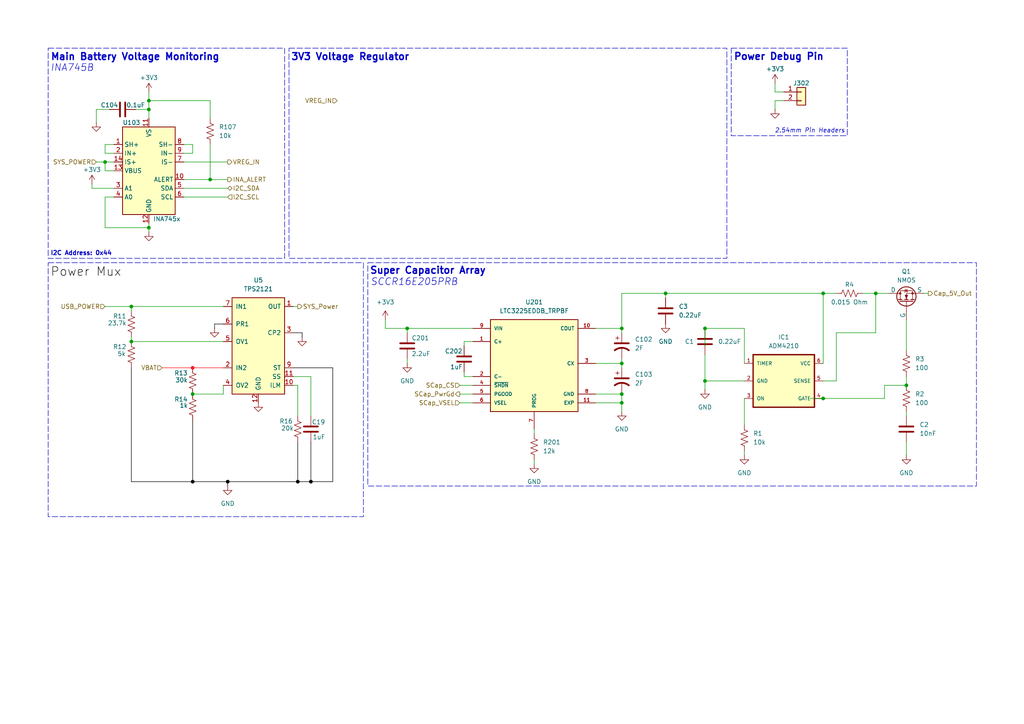
<source format=kicad_sch>
(kicad_sch
	(version 20250114)
	(generator "eeschema")
	(generator_version "9.0")
	(uuid "9821008a-2b06-4b2f-adfc-b247c96f3157")
	(paper "A4")
	(lib_symbols
		(symbol "+3V3_1"
			(power)
			(pin_numbers
				(hide yes)
			)
			(pin_names
				(offset 0)
				(hide yes)
			)
			(exclude_from_sim no)
			(in_bom yes)
			(on_board yes)
			(property "Reference" "#PWR"
				(at 0 -3.81 0)
				(effects
					(font
						(size 1.27 1.27)
					)
					(hide yes)
				)
			)
			(property "Value" "+3V3"
				(at 0 3.556 0)
				(effects
					(font
						(size 1.27 1.27)
					)
				)
			)
			(property "Footprint" ""
				(at 0 0 0)
				(effects
					(font
						(size 1.27 1.27)
					)
					(hide yes)
				)
			)
			(property "Datasheet" ""
				(at 0 0 0)
				(effects
					(font
						(size 1.27 1.27)
					)
					(hide yes)
				)
			)
			(property "Description" "Power symbol creates a global label with name \"+3V3\""
				(at 0 0 0)
				(effects
					(font
						(size 1.27 1.27)
					)
					(hide yes)
				)
			)
			(property "ki_keywords" "global power"
				(at 0 0 0)
				(effects
					(font
						(size 1.27 1.27)
					)
					(hide yes)
				)
			)
			(symbol "+3V3_1_0_1"
				(polyline
					(pts
						(xy -0.762 1.27) (xy 0 2.54)
					)
					(stroke
						(width 0)
						(type default)
					)
					(fill
						(type none)
					)
				)
				(polyline
					(pts
						(xy 0 2.54) (xy 0.762 1.27)
					)
					(stroke
						(width 0)
						(type default)
					)
					(fill
						(type none)
					)
				)
				(polyline
					(pts
						(xy 0 0) (xy 0 2.54)
					)
					(stroke
						(width 0)
						(type default)
					)
					(fill
						(type none)
					)
				)
			)
			(symbol "+3V3_1_1_1"
				(pin power_in line
					(at 0 0 90)
					(length 0)
					(name "~"
						(effects
							(font
								(size 1.27 1.27)
							)
						)
					)
					(number "1"
						(effects
							(font
								(size 1.27 1.27)
							)
						)
					)
				)
			)
			(embedded_fonts no)
		)
		(symbol "Connector_Generic:Conn_01x02"
			(pin_names
				(offset 1.016)
				(hide yes)
			)
			(exclude_from_sim no)
			(in_bom yes)
			(on_board yes)
			(property "Reference" "J"
				(at 0 2.54 0)
				(effects
					(font
						(size 1.27 1.27)
					)
				)
			)
			(property "Value" "Conn_01x02"
				(at 0 -5.08 0)
				(effects
					(font
						(size 1.27 1.27)
					)
				)
			)
			(property "Footprint" ""
				(at 0 0 0)
				(effects
					(font
						(size 1.27 1.27)
					)
					(hide yes)
				)
			)
			(property "Datasheet" "~"
				(at 0 0 0)
				(effects
					(font
						(size 1.27 1.27)
					)
					(hide yes)
				)
			)
			(property "Description" "Generic connector, single row, 01x02, script generated (kicad-library-utils/schlib/autogen/connector/)"
				(at 0 0 0)
				(effects
					(font
						(size 1.27 1.27)
					)
					(hide yes)
				)
			)
			(property "ki_keywords" "connector"
				(at 0 0 0)
				(effects
					(font
						(size 1.27 1.27)
					)
					(hide yes)
				)
			)
			(property "ki_fp_filters" "Connector*:*_1x??_*"
				(at 0 0 0)
				(effects
					(font
						(size 1.27 1.27)
					)
					(hide yes)
				)
			)
			(symbol "Conn_01x02_1_1"
				(rectangle
					(start -1.27 1.27)
					(end 1.27 -3.81)
					(stroke
						(width 0.254)
						(type default)
					)
					(fill
						(type background)
					)
				)
				(rectangle
					(start -1.27 0.127)
					(end 0 -0.127)
					(stroke
						(width 0.1524)
						(type default)
					)
					(fill
						(type none)
					)
				)
				(rectangle
					(start -1.27 -2.413)
					(end 0 -2.667)
					(stroke
						(width 0.1524)
						(type default)
					)
					(fill
						(type none)
					)
				)
				(pin passive line
					(at -5.08 0 0)
					(length 3.81)
					(name "Pin_1"
						(effects
							(font
								(size 1.27 1.27)
							)
						)
					)
					(number "1"
						(effects
							(font
								(size 1.27 1.27)
							)
						)
					)
				)
				(pin passive line
					(at -5.08 -2.54 0)
					(length 3.81)
					(name "Pin_2"
						(effects
							(font
								(size 1.27 1.27)
							)
						)
					)
					(number "2"
						(effects
							(font
								(size 1.27 1.27)
							)
						)
					)
				)
			)
			(embedded_fonts no)
		)
		(symbol "Device:C"
			(pin_numbers
				(hide yes)
			)
			(pin_names
				(offset 0.254)
			)
			(exclude_from_sim no)
			(in_bom yes)
			(on_board yes)
			(property "Reference" "C"
				(at 0.635 2.54 0)
				(effects
					(font
						(size 1.27 1.27)
					)
					(justify left)
				)
			)
			(property "Value" "C"
				(at 0.635 -2.54 0)
				(effects
					(font
						(size 1.27 1.27)
					)
					(justify left)
				)
			)
			(property "Footprint" ""
				(at 0.9652 -3.81 0)
				(effects
					(font
						(size 1.27 1.27)
					)
					(hide yes)
				)
			)
			(property "Datasheet" "~"
				(at 0 0 0)
				(effects
					(font
						(size 1.27 1.27)
					)
					(hide yes)
				)
			)
			(property "Description" "Unpolarized capacitor"
				(at 0 0 0)
				(effects
					(font
						(size 1.27 1.27)
					)
					(hide yes)
				)
			)
			(property "ki_keywords" "cap capacitor"
				(at 0 0 0)
				(effects
					(font
						(size 1.27 1.27)
					)
					(hide yes)
				)
			)
			(property "ki_fp_filters" "C_*"
				(at 0 0 0)
				(effects
					(font
						(size 1.27 1.27)
					)
					(hide yes)
				)
			)
			(symbol "C_0_1"
				(polyline
					(pts
						(xy -2.032 0.762) (xy 2.032 0.762)
					)
					(stroke
						(width 0.508)
						(type default)
					)
					(fill
						(type none)
					)
				)
				(polyline
					(pts
						(xy -2.032 -0.762) (xy 2.032 -0.762)
					)
					(stroke
						(width 0.508)
						(type default)
					)
					(fill
						(type none)
					)
				)
			)
			(symbol "C_1_1"
				(pin passive line
					(at 0 3.81 270)
					(length 2.794)
					(name "~"
						(effects
							(font
								(size 1.27 1.27)
							)
						)
					)
					(number "1"
						(effects
							(font
								(size 1.27 1.27)
							)
						)
					)
				)
				(pin passive line
					(at 0 -3.81 90)
					(length 2.794)
					(name "~"
						(effects
							(font
								(size 1.27 1.27)
							)
						)
					)
					(number "2"
						(effects
							(font
								(size 1.27 1.27)
							)
						)
					)
				)
			)
			(embedded_fonts no)
		)
		(symbol "Device:C_Polarized_US"
			(pin_numbers
				(hide yes)
			)
			(pin_names
				(offset 0.254)
				(hide yes)
			)
			(exclude_from_sim no)
			(in_bom yes)
			(on_board yes)
			(property "Reference" "C"
				(at 0.635 2.54 0)
				(effects
					(font
						(size 1.27 1.27)
					)
					(justify left)
				)
			)
			(property "Value" "C_Polarized_US"
				(at 0.635 -2.54 0)
				(effects
					(font
						(size 1.27 1.27)
					)
					(justify left)
				)
			)
			(property "Footprint" ""
				(at 0 0 0)
				(effects
					(font
						(size 1.27 1.27)
					)
					(hide yes)
				)
			)
			(property "Datasheet" "~"
				(at 0 0 0)
				(effects
					(font
						(size 1.27 1.27)
					)
					(hide yes)
				)
			)
			(property "Description" "Polarized capacitor, US symbol"
				(at 0 0 0)
				(effects
					(font
						(size 1.27 1.27)
					)
					(hide yes)
				)
			)
			(property "ki_keywords" "cap capacitor"
				(at 0 0 0)
				(effects
					(font
						(size 1.27 1.27)
					)
					(hide yes)
				)
			)
			(property "ki_fp_filters" "CP_*"
				(at 0 0 0)
				(effects
					(font
						(size 1.27 1.27)
					)
					(hide yes)
				)
			)
			(symbol "C_Polarized_US_0_1"
				(polyline
					(pts
						(xy -2.032 0.762) (xy 2.032 0.762)
					)
					(stroke
						(width 0.508)
						(type default)
					)
					(fill
						(type none)
					)
				)
				(polyline
					(pts
						(xy -1.778 2.286) (xy -0.762 2.286)
					)
					(stroke
						(width 0)
						(type default)
					)
					(fill
						(type none)
					)
				)
				(polyline
					(pts
						(xy -1.27 1.778) (xy -1.27 2.794)
					)
					(stroke
						(width 0)
						(type default)
					)
					(fill
						(type none)
					)
				)
				(arc
					(start -2.032 -1.27)
					(mid 0 -0.5572)
					(end 2.032 -1.27)
					(stroke
						(width 0.508)
						(type default)
					)
					(fill
						(type none)
					)
				)
			)
			(symbol "C_Polarized_US_1_1"
				(pin passive line
					(at 0 3.81 270)
					(length 2.794)
					(name "~"
						(effects
							(font
								(size 1.27 1.27)
							)
						)
					)
					(number "1"
						(effects
							(font
								(size 1.27 1.27)
							)
						)
					)
				)
				(pin passive line
					(at 0 -3.81 90)
					(length 3.302)
					(name "~"
						(effects
							(font
								(size 1.27 1.27)
							)
						)
					)
					(number "2"
						(effects
							(font
								(size 1.27 1.27)
							)
						)
					)
				)
			)
			(embedded_fonts no)
		)
		(symbol "Device:R_US"
			(pin_numbers
				(hide yes)
			)
			(pin_names
				(offset 0)
			)
			(exclude_from_sim no)
			(in_bom yes)
			(on_board yes)
			(property "Reference" "R"
				(at 2.54 0 90)
				(effects
					(font
						(size 1.27 1.27)
					)
				)
			)
			(property "Value" "R_US"
				(at -2.54 0 90)
				(effects
					(font
						(size 1.27 1.27)
					)
				)
			)
			(property "Footprint" ""
				(at 1.016 -0.254 90)
				(effects
					(font
						(size 1.27 1.27)
					)
					(hide yes)
				)
			)
			(property "Datasheet" "~"
				(at 0 0 0)
				(effects
					(font
						(size 1.27 1.27)
					)
					(hide yes)
				)
			)
			(property "Description" "Resistor, US symbol"
				(at 0 0 0)
				(effects
					(font
						(size 1.27 1.27)
					)
					(hide yes)
				)
			)
			(property "ki_keywords" "R res resistor"
				(at 0 0 0)
				(effects
					(font
						(size 1.27 1.27)
					)
					(hide yes)
				)
			)
			(property "ki_fp_filters" "R_*"
				(at 0 0 0)
				(effects
					(font
						(size 1.27 1.27)
					)
					(hide yes)
				)
			)
			(symbol "R_US_0_1"
				(polyline
					(pts
						(xy 0 2.286) (xy 0 2.54)
					)
					(stroke
						(width 0)
						(type default)
					)
					(fill
						(type none)
					)
				)
				(polyline
					(pts
						(xy 0 2.286) (xy 1.016 1.905) (xy 0 1.524) (xy -1.016 1.143) (xy 0 0.762)
					)
					(stroke
						(width 0)
						(type default)
					)
					(fill
						(type none)
					)
				)
				(polyline
					(pts
						(xy 0 0.762) (xy 1.016 0.381) (xy 0 0) (xy -1.016 -0.381) (xy 0 -0.762)
					)
					(stroke
						(width 0)
						(type default)
					)
					(fill
						(type none)
					)
				)
				(polyline
					(pts
						(xy 0 -0.762) (xy 1.016 -1.143) (xy 0 -1.524) (xy -1.016 -1.905) (xy 0 -2.286)
					)
					(stroke
						(width 0)
						(type default)
					)
					(fill
						(type none)
					)
				)
				(polyline
					(pts
						(xy 0 -2.286) (xy 0 -2.54)
					)
					(stroke
						(width 0)
						(type default)
					)
					(fill
						(type none)
					)
				)
			)
			(symbol "R_US_1_1"
				(pin passive line
					(at 0 3.81 270)
					(length 1.27)
					(name "~"
						(effects
							(font
								(size 1.27 1.27)
							)
						)
					)
					(number "1"
						(effects
							(font
								(size 1.27 1.27)
							)
						)
					)
				)
				(pin passive line
					(at 0 -3.81 90)
					(length 1.27)
					(name "~"
						(effects
							(font
								(size 1.27 1.27)
							)
						)
					)
					(number "2"
						(effects
							(font
								(size 1.27 1.27)
							)
						)
					)
				)
			)
			(embedded_fonts no)
		)
		(symbol "GND_1"
			(power)
			(pin_numbers
				(hide yes)
			)
			(pin_names
				(offset 0)
				(hide yes)
			)
			(exclude_from_sim no)
			(in_bom yes)
			(on_board yes)
			(property "Reference" "#PWR"
				(at 0 -6.35 0)
				(effects
					(font
						(size 1.27 1.27)
					)
					(hide yes)
				)
			)
			(property "Value" "GND"
				(at 0 -3.81 0)
				(effects
					(font
						(size 1.27 1.27)
					)
				)
			)
			(property "Footprint" ""
				(at 0 0 0)
				(effects
					(font
						(size 1.27 1.27)
					)
					(hide yes)
				)
			)
			(property "Datasheet" ""
				(at 0 0 0)
				(effects
					(font
						(size 1.27 1.27)
					)
					(hide yes)
				)
			)
			(property "Description" "Power symbol creates a global label with name \"GND\" , ground"
				(at 0 0 0)
				(effects
					(font
						(size 1.27 1.27)
					)
					(hide yes)
				)
			)
			(property "ki_keywords" "global power"
				(at 0 0 0)
				(effects
					(font
						(size 1.27 1.27)
					)
					(hide yes)
				)
			)
			(symbol "GND_1_0_1"
				(polyline
					(pts
						(xy 0 0) (xy 0 -1.27) (xy 1.27 -1.27) (xy 0 -2.54) (xy -1.27 -1.27) (xy 0 -1.27)
					)
					(stroke
						(width 0)
						(type default)
					)
					(fill
						(type none)
					)
				)
			)
			(symbol "GND_1_1_1"
				(pin power_in line
					(at 0 0 270)
					(length 0)
					(name "~"
						(effects
							(font
								(size 1.27 1.27)
							)
						)
					)
					(number "1"
						(effects
							(font
								(size 1.27 1.27)
							)
						)
					)
				)
			)
			(embedded_fonts no)
		)
		(symbol "POWER_MUX:TPS2121"
			(pin_names
				(offset 1.016)
			)
			(exclude_from_sim no)
			(in_bom yes)
			(on_board yes)
			(property "Reference" "U"
				(at -6.35 16.51 0)
				(effects
					(font
						(size 1.27 1.27)
					)
				)
			)
			(property "Value" "TPS2121"
				(at 3.81 16.51 0)
				(effects
					(font
						(size 1.27 1.27)
					)
				)
			)
			(property "Footprint" "Package_VQFN:VQFN-HR-RUX0012A"
				(at 0 -20.32 0)
				(effects
					(font
						(size 1.27 1.27)
					)
					(hide yes)
				)
			)
			(property "Datasheet" "https://www.ti.com/product/TPS2121"
				(at 0 -22.86 0)
				(effects
					(font
						(size 1.27 1.27)
					)
					(hide yes)
				)
			)
			(property "Description" "2.7V to 22V, 56-mΩ, 4.5A, power mux with seamless switchover, 2 inputs"
				(at 0 0 0)
				(effects
					(font
						(size 1.27 1.27)
					)
					(hide yes)
				)
			)
			(property "ki_keywords" "2.7V to 22V 56mΩ 4.5A power mux with seamless switchover 2 inputs"
				(at 0 0 0)
				(effects
					(font
						(size 1.27 1.27)
					)
					(hide yes)
				)
			)
			(symbol "TPS2121_0_0"
				(rectangle
					(start -7.62 15.24)
					(end 7.62 -12.7)
					(stroke
						(width 0.254)
						(type default)
					)
					(fill
						(type background)
					)
				)
				(pin power_in line
					(at -10.16 12.7 0)
					(length 2.54)
					(name "IN1"
						(effects
							(font
								(size 1.27 1.27)
							)
						)
					)
					(number "7"
						(effects
							(font
								(size 1.27 1.27)
							)
						)
					)
				)
				(pin input line
					(at -10.16 7.62 0)
					(length 2.54)
					(name "PR1"
						(effects
							(font
								(size 1.27 1.27)
							)
						)
					)
					(number "6"
						(effects
							(font
								(size 1.27 1.27)
							)
						)
					)
				)
				(pin input line
					(at -10.16 2.54 0)
					(length 2.54)
					(name "OV1"
						(effects
							(font
								(size 1.27 1.27)
							)
						)
					)
					(number "5"
						(effects
							(font
								(size 1.27 1.27)
							)
						)
					)
				)
				(pin power_in line
					(at -10.16 -5.08 0)
					(length 2.54)
					(name "IN2"
						(effects
							(font
								(size 1.27 1.27)
							)
						)
					)
					(number "2"
						(effects
							(font
								(size 1.27 1.27)
							)
						)
					)
				)
				(pin input line
					(at -10.16 -10.16 0)
					(length 2.54)
					(name "OV2"
						(effects
							(font
								(size 1.27 1.27)
							)
						)
					)
					(number "4"
						(effects
							(font
								(size 1.27 1.27)
							)
						)
					)
				)
				(pin power_in line
					(at 0 -15.24 90)
					(length 2.54)
					(name "GND"
						(effects
							(font
								(size 1.27 1.27)
							)
						)
					)
					(number "12"
						(effects
							(font
								(size 1.27 1.27)
							)
						)
					)
				)
				(pin input line
					(at 10.16 5.08 180)
					(length 2.54)
					(name "CP2"
						(effects
							(font
								(size 1.27 1.27)
							)
						)
					)
					(number "3"
						(effects
							(font
								(size 1.27 1.27)
							)
						)
					)
				)
				(pin output line
					(at 10.16 -5.08 180)
					(length 2.54)
					(name "ST"
						(effects
							(font
								(size 1.27 1.27)
							)
						)
					)
					(number "9"
						(effects
							(font
								(size 1.27 1.27)
							)
						)
					)
				)
				(pin output line
					(at 10.16 -7.62 180)
					(length 2.54)
					(name "SS"
						(effects
							(font
								(size 1.27 1.27)
							)
						)
					)
					(number "11"
						(effects
							(font
								(size 1.27 1.27)
							)
						)
					)
				)
				(pin output line
					(at 10.16 -10.16 180)
					(length 2.54)
					(name "ILM"
						(effects
							(font
								(size 1.27 1.27)
							)
						)
					)
					(number "10"
						(effects
							(font
								(size 1.27 1.27)
							)
						)
					)
				)
			)
			(symbol "TPS2121_1_0"
				(pin power_out line
					(at 10.16 12.7 180)
					(length 2.54)
					(name "OUT"
						(effects
							(font
								(size 1.27 1.27)
							)
						)
					)
					(number "1"
						(effects
							(font
								(size 1.27 1.27)
							)
						)
					)
				)
				(pin power_out line
					(at 10.16 12.7 180)
					(length 2.54)
					(hide yes)
					(name "OUT"
						(effects
							(font
								(size 1.27 1.27)
							)
						)
					)
					(number "8"
						(effects
							(font
								(size 1.27 1.27)
							)
						)
					)
				)
			)
			(embedded_fonts no)
		)
		(symbol "Sensor_Power_Texas:INA745x"
			(exclude_from_sim no)
			(in_bom yes)
			(on_board yes)
			(property "Reference" "U"
				(at -7.112 13.97 0)
				(effects
					(font
						(size 1.27 1.27)
					)
				)
			)
			(property "Value" "INA745x"
				(at 5.08 -13.97 0)
				(effects
					(font
						(size 1.27 1.27)
					)
				)
			)
			(property "Footprint" "Package_VQFN:VQFN-REL0014B"
				(at 1.016 -36.068 0)
				(effects
					(font
						(size 1.27 1.27)
						(italic yes)
					)
					(hide yes)
				)
			)
			(property "Datasheet" "https://www.ti.com/lit/ds/symlink/ina745b.pdf"
				(at 0.254 -29.972 0)
				(effects
					(font
						(size 1.27 1.27)
						(italic yes)
					)
					(hide yes)
				)
			)
			(property "Description" "I2C Digital Power Monitor, VQFN REL"
				(at 0 -33.02 0)
				(effects
					(font
						(size 1.27 1.27)
					)
					(hide yes)
				)
			)
			(property "ki_keywords" "40-V 16-bit I2C-output digital power monitor with 800-µΩ EZShunt™ Technology"
				(at 0 0 0)
				(effects
					(font
						(size 1.27 1.27)
					)
					(hide yes)
				)
			)
			(property "ki_fp_filters" "VQFN14_REL_TEX"
				(at 0 0 0)
				(effects
					(font
						(size 1.27 1.27)
					)
					(hide yes)
				)
			)
			(symbol "INA745x_1_1"
				(rectangle
					(start -7.62 12.7)
					(end 7.62 -12.7)
					(stroke
						(width 0.254)
						(type default)
					)
					(fill
						(type background)
					)
				)
				(pin output line
					(at -10.16 7.62 0)
					(length 2.54)
					(name "SH+"
						(effects
							(font
								(size 1.27 1.27)
							)
						)
					)
					(number "1"
						(effects
							(font
								(size 1.27 1.27)
							)
						)
					)
				)
				(pin input line
					(at -10.16 5.08 0)
					(length 2.54)
					(name "IN+"
						(effects
							(font
								(size 1.27 1.27)
							)
						)
					)
					(number "2"
						(effects
							(font
								(size 1.27 1.27)
							)
						)
					)
				)
				(pin input line
					(at -10.16 2.54 0)
					(length 2.54)
					(name "IS+"
						(effects
							(font
								(size 1.27 1.27)
							)
						)
					)
					(number "14"
						(effects
							(font
								(size 1.27 1.27)
							)
						)
					)
				)
				(pin input line
					(at -10.16 0 0)
					(length 2.54)
					(name "VBUS"
						(effects
							(font
								(size 1.27 1.27)
							)
						)
					)
					(number "13"
						(effects
							(font
								(size 1.27 1.27)
							)
						)
					)
				)
				(pin input line
					(at -10.16 -5.08 0)
					(length 2.54)
					(name "A1"
						(effects
							(font
								(size 1.27 1.27)
							)
						)
					)
					(number "3"
						(effects
							(font
								(size 1.27 1.27)
							)
						)
					)
				)
				(pin input line
					(at -10.16 -7.62 0)
					(length 2.54)
					(name "A0"
						(effects
							(font
								(size 1.27 1.27)
							)
						)
					)
					(number "4"
						(effects
							(font
								(size 1.27 1.27)
							)
						)
					)
				)
				(pin power_in line
					(at 0 15.24 270)
					(length 2.54)
					(name "VS"
						(effects
							(font
								(size 1.27 1.27)
							)
						)
					)
					(number "11"
						(effects
							(font
								(size 1.27 1.27)
							)
						)
					)
				)
				(pin power_out line
					(at 0 -15.24 90)
					(length 2.54)
					(name "GND"
						(effects
							(font
								(size 1.27 1.27)
							)
						)
					)
					(number "12"
						(effects
							(font
								(size 1.27 1.27)
							)
						)
					)
				)
				(pin output line
					(at 10.16 7.62 180)
					(length 2.54)
					(name "SH-"
						(effects
							(font
								(size 1.27 1.27)
							)
						)
					)
					(number "8"
						(effects
							(font
								(size 1.27 1.27)
							)
						)
					)
				)
				(pin input line
					(at 10.16 5.08 180)
					(length 2.54)
					(name "IN-"
						(effects
							(font
								(size 1.27 1.27)
							)
						)
					)
					(number "9"
						(effects
							(font
								(size 1.27 1.27)
							)
						)
					)
				)
				(pin input line
					(at 10.16 2.54 180)
					(length 2.54)
					(name "IS-"
						(effects
							(font
								(size 1.27 1.27)
							)
						)
					)
					(number "7"
						(effects
							(font
								(size 1.27 1.27)
							)
						)
					)
				)
				(pin output line
					(at 10.16 -2.54 180)
					(length 2.54)
					(name "ALERT"
						(effects
							(font
								(size 1.27 1.27)
							)
						)
					)
					(number "10"
						(effects
							(font
								(size 1.27 1.27)
							)
						)
					)
				)
				(pin bidirectional line
					(at 10.16 -5.08 180)
					(length 2.54)
					(name "SDA"
						(effects
							(font
								(size 1.27 1.27)
							)
						)
					)
					(number "5"
						(effects
							(font
								(size 1.27 1.27)
							)
						)
					)
				)
				(pin input line
					(at 10.16 -7.62 180)
					(length 2.54)
					(name "SCL"
						(effects
							(font
								(size 1.27 1.27)
							)
						)
					)
					(number "6"
						(effects
							(font
								(size 1.27 1.27)
							)
						)
					)
				)
			)
			(embedded_fonts no)
		)
		(symbol "Simulation_SPICE:NMOS"
			(pin_numbers
				(hide yes)
			)
			(pin_names
				(offset 0)
			)
			(exclude_from_sim no)
			(in_bom yes)
			(on_board yes)
			(property "Reference" "Q"
				(at 5.08 1.27 0)
				(effects
					(font
						(size 1.27 1.27)
					)
					(justify left)
				)
			)
			(property "Value" "NMOS"
				(at 5.08 -1.27 0)
				(effects
					(font
						(size 1.27 1.27)
					)
					(justify left)
				)
			)
			(property "Footprint" ""
				(at 5.08 2.54 0)
				(effects
					(font
						(size 1.27 1.27)
					)
					(hide yes)
				)
			)
			(property "Datasheet" "https://ngspice.sourceforge.io/docs/ngspice-html-manual/manual.xhtml#cha_MOSFETs"
				(at 0 -12.7 0)
				(effects
					(font
						(size 1.27 1.27)
					)
					(hide yes)
				)
			)
			(property "Description" "N-MOSFET transistor, drain/source/gate"
				(at 0 0 0)
				(effects
					(font
						(size 1.27 1.27)
					)
					(hide yes)
				)
			)
			(property "Sim.Device" "NMOS"
				(at 0 -17.145 0)
				(effects
					(font
						(size 1.27 1.27)
					)
					(hide yes)
				)
			)
			(property "Sim.Type" "VDMOS"
				(at 0 -19.05 0)
				(effects
					(font
						(size 1.27 1.27)
					)
					(hide yes)
				)
			)
			(property "Sim.Pins" "1=D 2=G 3=S"
				(at 0 -15.24 0)
				(effects
					(font
						(size 1.27 1.27)
					)
					(hide yes)
				)
			)
			(property "ki_keywords" "transistor NMOS N-MOS N-MOSFET simulation"
				(at 0 0 0)
				(effects
					(font
						(size 1.27 1.27)
					)
					(hide yes)
				)
			)
			(symbol "NMOS_0_1"
				(polyline
					(pts
						(xy 0.254 1.905) (xy 0.254 -1.905)
					)
					(stroke
						(width 0.254)
						(type default)
					)
					(fill
						(type none)
					)
				)
				(polyline
					(pts
						(xy 0.254 0) (xy -2.54 0)
					)
					(stroke
						(width 0)
						(type default)
					)
					(fill
						(type none)
					)
				)
				(polyline
					(pts
						(xy 0.762 2.286) (xy 0.762 1.27)
					)
					(stroke
						(width 0.254)
						(type default)
					)
					(fill
						(type none)
					)
				)
				(polyline
					(pts
						(xy 0.762 0.508) (xy 0.762 -0.508)
					)
					(stroke
						(width 0.254)
						(type default)
					)
					(fill
						(type none)
					)
				)
				(polyline
					(pts
						(xy 0.762 -1.27) (xy 0.762 -2.286)
					)
					(stroke
						(width 0.254)
						(type default)
					)
					(fill
						(type none)
					)
				)
				(polyline
					(pts
						(xy 0.762 -1.778) (xy 3.302 -1.778) (xy 3.302 1.778) (xy 0.762 1.778)
					)
					(stroke
						(width 0)
						(type default)
					)
					(fill
						(type none)
					)
				)
				(polyline
					(pts
						(xy 1.016 0) (xy 2.032 0.381) (xy 2.032 -0.381) (xy 1.016 0)
					)
					(stroke
						(width 0)
						(type default)
					)
					(fill
						(type outline)
					)
				)
				(circle
					(center 1.651 0)
					(radius 2.794)
					(stroke
						(width 0.254)
						(type default)
					)
					(fill
						(type none)
					)
				)
				(polyline
					(pts
						(xy 2.54 2.54) (xy 2.54 1.778)
					)
					(stroke
						(width 0)
						(type default)
					)
					(fill
						(type none)
					)
				)
				(circle
					(center 2.54 1.778)
					(radius 0.254)
					(stroke
						(width 0)
						(type default)
					)
					(fill
						(type outline)
					)
				)
				(circle
					(center 2.54 -1.778)
					(radius 0.254)
					(stroke
						(width 0)
						(type default)
					)
					(fill
						(type outline)
					)
				)
				(polyline
					(pts
						(xy 2.54 -2.54) (xy 2.54 0) (xy 0.762 0)
					)
					(stroke
						(width 0)
						(type default)
					)
					(fill
						(type none)
					)
				)
				(polyline
					(pts
						(xy 2.794 0.508) (xy 2.921 0.381) (xy 3.683 0.381) (xy 3.81 0.254)
					)
					(stroke
						(width 0)
						(type default)
					)
					(fill
						(type none)
					)
				)
				(polyline
					(pts
						(xy 3.302 0.381) (xy 2.921 -0.254) (xy 3.683 -0.254) (xy 3.302 0.381)
					)
					(stroke
						(width 0)
						(type default)
					)
					(fill
						(type none)
					)
				)
			)
			(symbol "NMOS_1_1"
				(pin input line
					(at -5.08 0 0)
					(length 2.54)
					(name "G"
						(effects
							(font
								(size 1.27 1.27)
							)
						)
					)
					(number "2"
						(effects
							(font
								(size 1.27 1.27)
							)
						)
					)
				)
				(pin passive line
					(at 2.54 5.08 270)
					(length 2.54)
					(name "D"
						(effects
							(font
								(size 1.27 1.27)
							)
						)
					)
					(number "1"
						(effects
							(font
								(size 1.27 1.27)
							)
						)
					)
				)
				(pin passive line
					(at 2.54 -5.08 90)
					(length 2.54)
					(name "S"
						(effects
							(font
								(size 1.27 1.27)
							)
						)
					)
					(number "3"
						(effects
							(font
								(size 1.27 1.27)
							)
						)
					)
				)
			)
			(embedded_fonts no)
		)
		(symbol "Super_Capacitor-Charger:LTC3225EDDB_TRPBF"
			(pin_names
				(offset 1.016)
			)
			(exclude_from_sim no)
			(in_bom yes)
			(on_board yes)
			(property "Reference" "U"
				(at -12.7 13.335 0)
				(effects
					(font
						(size 1.27 1.27)
					)
					(justify left bottom)
				)
			)
			(property "Value" "LTC3225EDDB_TRPBF"
				(at -22.606 -17.272 0)
				(effects
					(font
						(size 1.27 1.27)
					)
					(justify left bottom)
				)
			)
			(property "Footprint" "LTC3225EDDB_TRPBF:SON50P300X200X80-11N"
				(at 0 0 0)
				(effects
					(font
						(size 1.27 1.27)
					)
					(justify bottom)
					(hide yes)
				)
			)
			(property "Datasheet" ""
				(at 0 0 0)
				(effects
					(font
						(size 1.27 1.27)
					)
					(hide yes)
				)
			)
			(property "Description" ""
				(at 0 0 0)
				(effects
					(font
						(size 1.27 1.27)
					)
					(hide yes)
				)
			)
			(property "MF" "Analog Devices"
				(at 0 0 0)
				(effects
					(font
						(size 1.27 1.27)
					)
					(justify bottom)
					(hide yes)
				)
			)
			(property "MAXIMUM_PACKAGE_HEIGHT" "0.8 mm"
				(at 0 0 0)
				(effects
					(font
						(size 1.27 1.27)
					)
					(justify bottom)
					(hide yes)
				)
			)
			(property "Package" "DFN -10 Analog Devices"
				(at 0 0 0)
				(effects
					(font
						(size 1.27 1.27)
					)
					(justify bottom)
					(hide yes)
				)
			)
			(property "Price" "None"
				(at 0 0 0)
				(effects
					(font
						(size 1.27 1.27)
					)
					(justify bottom)
					(hide yes)
				)
			)
			(property "Check_prices" "https://www.snapeda.com/parts/LTC3225EDDB%23TRPBF/Analog+Devices/view-part/?ref=eda"
				(at 0 0 0)
				(effects
					(font
						(size 1.27 1.27)
					)
					(justify bottom)
					(hide yes)
				)
			)
			(property "STANDARD" "IPC 7351B"
				(at 0 0 0)
				(effects
					(font
						(size 1.27 1.27)
					)
					(justify bottom)
					(hide yes)
				)
			)
			(property "PARTREV" "B"
				(at 0 0 0)
				(effects
					(font
						(size 1.27 1.27)
					)
					(justify bottom)
					(hide yes)
				)
			)
			(property "SnapEDA_Link" "https://www.snapeda.com/parts/LTC3225EDDB%23TRPBF/Analog+Devices/view-part/?ref=snap"
				(at 0 0 0)
				(effects
					(font
						(size 1.27 1.27)
					)
					(justify bottom)
					(hide yes)
				)
			)
			(property "MP" "LTC3225EDDB#TRPBF"
				(at 0 0 0)
				(effects
					(font
						(size 1.27 1.27)
					)
					(justify bottom)
					(hide yes)
				)
			)
			(property "Description_1" "150mA Supercapacitor Charger"
				(at 0 0 0)
				(effects
					(font
						(size 1.27 1.27)
					)
					(justify bottom)
					(hide yes)
				)
			)
			(property "Availability" "In Stock"
				(at 0 0 0)
				(effects
					(font
						(size 1.27 1.27)
					)
					(justify bottom)
					(hide yes)
				)
			)
			(property "MANUFACTURER" "Analog Devices"
				(at 0 0 0)
				(effects
					(font
						(size 1.27 1.27)
					)
					(justify bottom)
					(hide yes)
				)
			)
			(symbol "LTC3225EDDB_TRPBF_0_0"
				(rectangle
					(start -12.7 12.7)
					(end 12.7 -13.97)
					(stroke
						(width 0.254)
						(type default)
					)
					(fill
						(type background)
					)
				)
				(pin input line
					(at -17.78 10.16 0)
					(length 5.08)
					(name "VIN"
						(effects
							(font
								(size 1.016 1.016)
							)
						)
					)
					(number "9"
						(effects
							(font
								(size 1.016 1.016)
							)
						)
					)
				)
				(pin passive line
					(at -17.78 6.35 0)
					(length 5.08)
					(name "C+"
						(effects
							(font
								(size 1.016 1.016)
							)
						)
					)
					(number "1"
						(effects
							(font
								(size 1.016 1.016)
							)
						)
					)
				)
				(pin passive line
					(at -17.78 -3.81 0)
					(length 5.08)
					(name "C-"
						(effects
							(font
								(size 1.016 1.016)
							)
						)
					)
					(number "2"
						(effects
							(font
								(size 1.016 1.016)
							)
						)
					)
				)
				(pin input line
					(at -17.78 -6.35 0)
					(length 5.08)
					(name "~{SHDN}"
						(effects
							(font
								(size 1.016 1.016)
							)
						)
					)
					(number "4"
						(effects
							(font
								(size 1.016 1.016)
							)
						)
					)
				)
				(pin output line
					(at -17.78 -8.89 0)
					(length 5.08)
					(name "PGOOD"
						(effects
							(font
								(size 1.016 1.016)
							)
						)
					)
					(number "5"
						(effects
							(font
								(size 1.016 1.016)
							)
						)
					)
				)
				(pin input line
					(at -17.78 -11.43 0)
					(length 5.08)
					(name "VSEL"
						(effects
							(font
								(size 1.016 1.016)
							)
						)
					)
					(number "6"
						(effects
							(font
								(size 1.016 1.016)
							)
						)
					)
				)
				(pin output line
					(at 0 -19.05 90)
					(length 5.08)
					(name "PROG"
						(effects
							(font
								(size 1.016 1.016)
							)
						)
					)
					(number "7"
						(effects
							(font
								(size 1.016 1.016)
							)
						)
					)
				)
				(pin output line
					(at 17.78 10.16 180)
					(length 5.08)
					(name "COUT"
						(effects
							(font
								(size 1.016 1.016)
							)
						)
					)
					(number "10"
						(effects
							(font
								(size 1.016 1.016)
							)
						)
					)
				)
				(pin passive line
					(at 17.78 0 180)
					(length 5.08)
					(name "CX"
						(effects
							(font
								(size 1.016 1.016)
							)
						)
					)
					(number "3"
						(effects
							(font
								(size 1.016 1.016)
							)
						)
					)
				)
				(pin power_in line
					(at 17.78 -8.89 180)
					(length 5.08)
					(name "GND"
						(effects
							(font
								(size 1.016 1.016)
							)
						)
					)
					(number "8"
						(effects
							(font
								(size 1.016 1.016)
							)
						)
					)
				)
				(pin power_in line
					(at 17.78 -11.43 180)
					(length 5.08)
					(name "EXP"
						(effects
							(font
								(size 1.016 1.016)
							)
						)
					)
					(number "11"
						(effects
							(font
								(size 1.016 1.016)
							)
						)
					)
				)
			)
			(embedded_fonts no)
		)
		(symbol "Voltage_Regulator:ADM4210"
			(pin_names
				(offset 1.016)
			)
			(exclude_from_sim no)
			(in_bom yes)
			(on_board yes)
			(property "Reference" "IC"
				(at -7.62 8.382 0)
				(effects
					(font
						(size 1.27 1.27)
					)
					(justify left bottom)
				)
			)
			(property "Value" "ADM4210"
				(at -7.62 -10.16 0)
				(effects
					(font
						(size 1.27 1.27)
					)
					(justify left bottom)
				)
			)
			(property "Footprint" "ADM4210:TSOT6"
				(at 0 0 0)
				(effects
					(font
						(size 1.27 1.27)
					)
					(justify bottom)
					(hide yes)
				)
			)
			(property "Datasheet" ""
				(at 0 0 0)
				(effects
					(font
						(size 1.27 1.27)
					)
					(hide yes)
				)
			)
			(property "Description" ""
				(at 0 0 0)
				(effects
					(font
						(size 1.27 1.27)
					)
					(hide yes)
				)
			)
			(property "MF" "Analog Devices, Inc."
				(at 0 0 0)
				(effects
					(font
						(size 1.27 1.27)
					)
					(justify bottom)
					(hide yes)
				)
			)
			(property "Description_1" "Hot Swap Controller 1-CH 16.5V N-Channel Positive Low Voltage 6-Pin TSOT T/R"
				(at 0 0 0)
				(effects
					(font
						(size 1.27 1.27)
					)
					(justify bottom)
					(hide yes)
				)
			)
			(property "Package" "None"
				(at 0 0 0)
				(effects
					(font
						(size 1.27 1.27)
					)
					(justify bottom)
					(hide yes)
				)
			)
			(property "Price" "None"
				(at 0 0 0)
				(effects
					(font
						(size 1.27 1.27)
					)
					(justify bottom)
					(hide yes)
				)
			)
			(property "PROD_ID" "IC-14694"
				(at 0 0 0)
				(effects
					(font
						(size 1.27 1.27)
					)
					(justify bottom)
					(hide yes)
				)
			)
			(property "SnapEDA_Link" "https://www.snapeda.com/parts/ADM4210/Analog+Devices/view-part/?ref=snap"
				(at 0 0 0)
				(effects
					(font
						(size 1.27 1.27)
					)
					(justify bottom)
					(hide yes)
				)
			)
			(property "MP" "ADM4210"
				(at 0 0 0)
				(effects
					(font
						(size 1.27 1.27)
					)
					(justify bottom)
					(hide yes)
				)
			)
			(property "Availability" "Not in stock"
				(at 0 0 0)
				(effects
					(font
						(size 1.27 1.27)
					)
					(justify bottom)
					(hide yes)
				)
			)
			(property "Check_prices" "https://www.snapeda.com/parts/ADM4210/Analog+Devices/view-part/?ref=eda"
				(at 0 0 0)
				(effects
					(font
						(size 1.27 1.27)
					)
					(justify bottom)
					(hide yes)
				)
			)
			(symbol "ADM4210_0_0"
				(rectangle
					(start -7.62 -7.62)
					(end 10.16 7.62)
					(stroke
						(width 0.4064)
						(type default)
					)
					(fill
						(type background)
					)
				)
				(pin input line
					(at -10.16 5.08 0)
					(length 2.54)
					(name "TIMER"
						(effects
							(font
								(size 1.016 1.016)
							)
						)
					)
					(number "1"
						(effects
							(font
								(size 1.016 1.016)
							)
						)
					)
				)
				(pin power_in line
					(at -10.16 0 0)
					(length 2.54)
					(name "GND"
						(effects
							(font
								(size 1.016 1.016)
							)
						)
					)
					(number "2"
						(effects
							(font
								(size 1.016 1.016)
							)
						)
					)
				)
				(pin input line
					(at -10.16 -5.08 0)
					(length 2.54)
					(name "ON"
						(effects
							(font
								(size 1.016 1.016)
							)
						)
					)
					(number "3"
						(effects
							(font
								(size 1.016 1.016)
							)
						)
					)
				)
				(pin power_in line
					(at 12.7 5.08 180)
					(length 2.54)
					(name "VCC"
						(effects
							(font
								(size 1.016 1.016)
							)
						)
					)
					(number "6"
						(effects
							(font
								(size 1.016 1.016)
							)
						)
					)
				)
				(pin input line
					(at 12.7 0 180)
					(length 2.54)
					(name "SENSE"
						(effects
							(font
								(size 1.016 1.016)
							)
						)
					)
					(number "5"
						(effects
							(font
								(size 1.016 1.016)
							)
						)
					)
				)
				(pin output line
					(at 12.7 -5.08 180)
					(length 2.54)
					(name "GATE"
						(effects
							(font
								(size 1.016 1.016)
							)
						)
					)
					(number "4"
						(effects
							(font
								(size 1.016 1.016)
							)
						)
					)
				)
			)
			(embedded_fonts no)
		)
		(symbol "power:+3V3"
			(power)
			(pin_names
				(offset 0)
			)
			(exclude_from_sim no)
			(in_bom yes)
			(on_board yes)
			(property "Reference" "#PWR"
				(at 0 -3.81 0)
				(effects
					(font
						(size 1.27 1.27)
					)
					(hide yes)
				)
			)
			(property "Value" "+3V3"
				(at 0 3.556 0)
				(effects
					(font
						(size 1.27 1.27)
					)
				)
			)
			(property "Footprint" ""
				(at 0 0 0)
				(effects
					(font
						(size 1.27 1.27)
					)
					(hide yes)
				)
			)
			(property "Datasheet" ""
				(at 0 0 0)
				(effects
					(font
						(size 1.27 1.27)
					)
					(hide yes)
				)
			)
			(property "Description" "Power symbol creates a global label with name \"+3V3\""
				(at 0 0 0)
				(effects
					(font
						(size 1.27 1.27)
					)
					(hide yes)
				)
			)
			(property "ki_keywords" "global power"
				(at 0 0 0)
				(effects
					(font
						(size 1.27 1.27)
					)
					(hide yes)
				)
			)
			(symbol "+3V3_0_1"
				(polyline
					(pts
						(xy -0.762 1.27) (xy 0 2.54)
					)
					(stroke
						(width 0)
						(type default)
					)
					(fill
						(type none)
					)
				)
				(polyline
					(pts
						(xy 0 2.54) (xy 0.762 1.27)
					)
					(stroke
						(width 0)
						(type default)
					)
					(fill
						(type none)
					)
				)
				(polyline
					(pts
						(xy 0 0) (xy 0 2.54)
					)
					(stroke
						(width 0)
						(type default)
					)
					(fill
						(type none)
					)
				)
			)
			(symbol "+3V3_1_1"
				(pin power_in line
					(at 0 0 90)
					(length 0)
					(hide yes)
					(name "+3V3"
						(effects
							(font
								(size 1.27 1.27)
							)
						)
					)
					(number "1"
						(effects
							(font
								(size 1.27 1.27)
							)
						)
					)
				)
			)
			(embedded_fonts no)
		)
		(symbol "power:GND"
			(power)
			(pin_numbers
				(hide yes)
			)
			(pin_names
				(offset 0)
				(hide yes)
			)
			(exclude_from_sim no)
			(in_bom yes)
			(on_board yes)
			(property "Reference" "#PWR"
				(at 0 -6.35 0)
				(effects
					(font
						(size 1.27 1.27)
					)
					(hide yes)
				)
			)
			(property "Value" "GND"
				(at 0 -3.81 0)
				(effects
					(font
						(size 1.27 1.27)
					)
				)
			)
			(property "Footprint" ""
				(at 0 0 0)
				(effects
					(font
						(size 1.27 1.27)
					)
					(hide yes)
				)
			)
			(property "Datasheet" ""
				(at 0 0 0)
				(effects
					(font
						(size 1.27 1.27)
					)
					(hide yes)
				)
			)
			(property "Description" "Power symbol creates a global label with name \"GND\" , ground"
				(at 0 0 0)
				(effects
					(font
						(size 1.27 1.27)
					)
					(hide yes)
				)
			)
			(property "ki_keywords" "global power"
				(at 0 0 0)
				(effects
					(font
						(size 1.27 1.27)
					)
					(hide yes)
				)
			)
			(symbol "GND_0_1"
				(polyline
					(pts
						(xy 0 0) (xy 0 -1.27) (xy 1.27 -1.27) (xy 0 -2.54) (xy -1.27 -1.27) (xy 0 -1.27)
					)
					(stroke
						(width 0)
						(type default)
					)
					(fill
						(type none)
					)
				)
			)
			(symbol "GND_1_1"
				(pin power_in line
					(at 0 0 270)
					(length 0)
					(name "~"
						(effects
							(font
								(size 1.27 1.27)
							)
						)
					)
					(number "1"
						(effects
							(font
								(size 1.27 1.27)
							)
						)
					)
				)
			)
			(embedded_fonts no)
		)
	)
	(rectangle
		(start 13.97 76.2)
		(end 105.41 149.86)
		(stroke
			(width 0)
			(type dash)
		)
		(fill
			(type none)
		)
		(uuid 124d9daf-1912-4646-9b29-1f667f0bf036)
	)
	(rectangle
		(start 106.68 76.2)
		(end 283.21 140.97)
		(stroke
			(width 0)
			(type dash)
		)
		(fill
			(type none)
		)
		(uuid 6096a263-e035-4c75-bcf0-6726a6c5be48)
	)
	(rectangle
		(start 83.82 13.97)
		(end 210.82 74.93)
		(stroke
			(width 0)
			(type dash)
		)
		(fill
			(type none)
		)
		(uuid 75ac4045-7f80-4f88-b897-ece874f5a95d)
	)
	(rectangle
		(start 212.09 13.97)
		(end 245.745 39.37)
		(stroke
			(width 0)
			(type dash)
		)
		(fill
			(type none)
		)
		(uuid 84978d24-1303-4cfd-838b-f40dbe7c95fb)
	)
	(rectangle
		(start 13.97 13.97)
		(end 82.55 74.93)
		(stroke
			(width 0)
			(type dash)
		)
		(fill
			(type none)
		)
		(uuid 99ed1413-2ad1-474d-b6d0-fcbe74efd730)
	)
	(text "INA745B\n"
		(exclude_from_sim no)
		(at 14.605 20.955 0)
		(effects
			(font
				(size 2 2)
				(italic yes)
			)
			(justify left bottom)
		)
		(uuid "16cff66a-be65-49b0-b69b-64c157bdb507")
	)
	(text "2.54mm Pin Headers"
		(exclude_from_sim no)
		(at 245.11 38.735 0)
		(effects
			(font
				(size 1.27 1.27)
				(italic yes)
			)
			(justify right bottom)
		)
		(uuid "3347b291-a6df-4e16-87bf-13b86e9bda98")
	)
	(text "Power Debug Pin\n\n"
		(exclude_from_sim no)
		(at 212.725 20.955 0)
		(effects
			(font
				(size 2 2)
				(thickness 0.4)
				(bold yes)
			)
			(justify left bottom)
		)
		(uuid "4cbcab0b-77ad-4369-8d0d-a73530b375d9")
	)
	(text "Power Mux"
		(exclude_from_sim no)
		(at 14.605 77.47 0)
		(effects
			(font
				(size 2.54 2.54)
				(color 0 0 0 1)
			)
			(justify left top)
		)
		(uuid "52a26cb9-aa28-4675-9562-7bf0b7196c62")
	)
	(text "SCCR16E205PRB"
		(exclude_from_sim no)
		(at 107.442 83.058 0)
		(effects
			(font
				(size 2 2)
				(italic yes)
			)
			(justify left bottom)
		)
		(uuid "ad957f6d-cb50-4344-8afb-bd72d5e3a12a")
	)
	(text "Super Capacitor Array\n"
		(exclude_from_sim no)
		(at 107.188 79.756 0)
		(effects
			(font
				(size 2 2)
				(thickness 0.4)
				(bold yes)
			)
			(justify left bottom)
		)
		(uuid "c587fb79-3acd-4ef4-ae0b-08c66b4bdf7f")
	)
	(text "I2C Address: 0x44"
		(exclude_from_sim no)
		(at 14.605 74.295 0)
		(effects
			(font
				(size 1.27 1.27)
				(thickness 0.254)
				(bold yes)
			)
			(justify left bottom)
		)
		(uuid "ce0cee1f-388b-4dc4-b311-e018f0edc4b5")
	)
	(text "3V3 Voltage Regulator\n"
		(exclude_from_sim no)
		(at 84.328 17.78 0)
		(effects
			(font
				(size 2 2)
				(thickness 0.4)
				(bold yes)
			)
			(justify left bottom)
		)
		(uuid "e161046b-c5eb-4314-841c-5eeba1426788")
	)
	(text "Main Battery Voltage Monitoring"
		(exclude_from_sim no)
		(at 14.605 17.78 0)
		(effects
			(font
				(size 2 2)
				(thickness 0.4)
				(bold yes)
			)
			(justify left bottom)
		)
		(uuid "f82014b3-9248-433a-86ad-387e6cadd70f")
	)
	(junction
		(at 262.89 111.76)
		(diameter 0)
		(color 0 0 0 0)
		(uuid "0a029065-1f28-4674-96cb-0e3cb27119f6")
	)
	(junction
		(at 60.96 52.07)
		(diameter 0)
		(color 0 0 0 0)
		(uuid "17df57b1-1e84-4873-843a-2b00adeb5881")
	)
	(junction
		(at 193.04 85.09)
		(diameter 0)
		(color 0 0 0 0)
		(uuid "1bc114cb-b249-4b8b-838a-aa62fb4294c8")
	)
	(junction
		(at 30.48 46.99)
		(diameter 0)
		(color 0 0 0 0)
		(uuid "1c3fa69c-7aef-44db-9503-1871dc979f31")
	)
	(junction
		(at 90.17 139.7)
		(diameter 0)
		(color 0 0 0 1)
		(uuid "1fb9a13a-39a0-4f84-a394-46bf68c915e6")
	)
	(junction
		(at 38.1 88.9)
		(diameter 0)
		(color 0 0 0 0)
		(uuid "3d306f95-e81d-4180-a20e-0d93297050ab")
	)
	(junction
		(at 238.76 115.57)
		(diameter 0)
		(color 0 0 0 0)
		(uuid "4a3ea330-6437-4399-b2fa-526feb9953a8")
	)
	(junction
		(at 86.36 139.7)
		(diameter 0)
		(color 0 0 0 1)
		(uuid "5bf49e09-018f-453c-addc-20c2ecaaa648")
	)
	(junction
		(at 180.34 105.41)
		(diameter 0)
		(color 0 0 0 0)
		(uuid "6f5ea4be-527a-4548-9ba5-14cf4da9fdc2")
	)
	(junction
		(at 204.47 95.25)
		(diameter 0)
		(color 0 0 0 0)
		(uuid "773a74cd-78b2-4d80-9bcf-6caf4046cb19")
	)
	(junction
		(at 43.18 31.75)
		(diameter 0)
		(color 0 0 0 0)
		(uuid "79548a17-9e3e-447e-9cd4-750656606335")
	)
	(junction
		(at 66.04 139.7)
		(diameter 0)
		(color 0 0 0 1)
		(uuid "7dbed4e7-22ab-49be-8226-5493991593f9")
	)
	(junction
		(at 38.1 99.06)
		(diameter 0)
		(color 0 0 0 0)
		(uuid "86ced15e-a111-4e52-983b-d0f0d18051a2")
	)
	(junction
		(at 118.11 95.25)
		(diameter 0)
		(color 0 0 0 0)
		(uuid "9563b0cb-9fb8-4a76-b86f-13e37cbee46a")
	)
	(junction
		(at 204.47 110.49)
		(diameter 0)
		(color 0 0 0 0)
		(uuid "99f0b7ee-4c59-49fc-8494-36a2e10074b9")
	)
	(junction
		(at 180.34 95.25)
		(diameter 0)
		(color 0 0 0 0)
		(uuid "9a00b637-f263-45c5-941b-805342d3769f")
	)
	(junction
		(at 55.88 106.68)
		(diameter 0)
		(color 255 19 30 1)
		(uuid "a76ce277-07b4-43a1-b2be-ebb81f6f5cea")
	)
	(junction
		(at 55.88 139.7)
		(diameter 0)
		(color 0 0 0 1)
		(uuid "c3e5ce0b-ce7a-426b-aa5d-9b5921abb33f")
	)
	(junction
		(at 43.18 66.04)
		(diameter 0)
		(color 0 0 0 0)
		(uuid "c6f057e9-a479-42ed-b0f4-de3570e50818")
	)
	(junction
		(at 254 85.09)
		(diameter 0)
		(color 0 0 0 0)
		(uuid "cfabbf76-17c4-4d3f-aa95-b2e09c78b47d")
	)
	(junction
		(at 55.88 114.3)
		(diameter 0)
		(color 0 0 0 0)
		(uuid "d34effcb-7751-4b25-8ceb-08ad0a8c39bd")
	)
	(junction
		(at 180.34 114.3)
		(diameter 0)
		(color 0 0 0 0)
		(uuid "e07f08c5-ea1f-4c6e-86b1-34c27ca38809")
	)
	(junction
		(at 238.76 85.09)
		(diameter 0)
		(color 0 0 0 0)
		(uuid "ee360b62-81ad-4893-b560-c2d73ba0b990")
	)
	(junction
		(at 180.34 116.84)
		(diameter 0)
		(color 0 0 0 0)
		(uuid "f4a185c3-faf3-4571-aa22-c8393fd3505e")
	)
	(junction
		(at 43.18 29.21)
		(diameter 0)
		(color 0 0 0 0)
		(uuid "f5391b5c-7446-4f60-842f-efe65eff8ea8")
	)
	(wire
		(pts
			(xy 60.96 52.07) (xy 66.04 52.07)
		)
		(stroke
			(width 0)
			(type default)
		)
		(uuid "009d7d21-eba3-4a1d-998c-be4cbfc3d2db")
	)
	(wire
		(pts
			(xy 43.18 66.04) (xy 30.48 66.04)
		)
		(stroke
			(width 0)
			(type default)
		)
		(uuid "00d1297f-61d0-4883-bc2f-3e4fc0a0f8d2")
	)
	(wire
		(pts
			(xy 53.34 41.91) (xy 55.88 41.91)
		)
		(stroke
			(width 0)
			(type default)
		)
		(uuid "0aa3e3c5-d161-4c47-82f3-8c11c2d6ef79")
	)
	(wire
		(pts
			(xy 30.48 88.9) (xy 38.1 88.9)
		)
		(stroke
			(width 0)
			(type default)
		)
		(uuid "0be695c5-a802-4e07-a0c8-92389ce2ab6d")
	)
	(wire
		(pts
			(xy 133.35 116.84) (xy 137.16 116.84)
		)
		(stroke
			(width 0)
			(type default)
		)
		(uuid "0e67b6f7-e031-4e83-8b04-ed1c67ad81f9")
	)
	(wire
		(pts
			(xy 154.94 124.46) (xy 154.94 125.73)
		)
		(stroke
			(width 0)
			(type default)
		)
		(uuid "0f296bfd-cd98-4588-832d-77dff1de4ad4")
	)
	(wire
		(pts
			(xy 55.88 139.7) (xy 66.04 139.7)
		)
		(stroke
			(width 0)
			(type default)
			(color 0 0 0 1)
		)
		(uuid "10df88f8-6479-41d6-9d76-f4ce93aedbd5")
	)
	(wire
		(pts
			(xy 46.99 106.68) (xy 55.88 106.68)
		)
		(stroke
			(width 0)
			(type default)
			(color 255 19 30 1)
		)
		(uuid "11514edf-c810-49f5-9d1f-76eb5e3653db")
	)
	(wire
		(pts
			(xy 204.47 113.03) (xy 204.47 110.49)
		)
		(stroke
			(width 0)
			(type default)
		)
		(uuid "12b09121-b02a-4e9f-b20e-57e0fece82d3")
	)
	(wire
		(pts
			(xy 257.81 85.09) (xy 254 85.09)
		)
		(stroke
			(width 0)
			(type default)
		)
		(uuid "1707272d-297c-4711-9a5e-6c08e8c4f557")
	)
	(wire
		(pts
			(xy 254 85.09) (xy 250.19 85.09)
		)
		(stroke
			(width 0)
			(type default)
		)
		(uuid "171c0a92-7e72-415e-bb43-085d132677e1")
	)
	(wire
		(pts
			(xy 53.34 57.15) (xy 66.04 57.15)
		)
		(stroke
			(width 0)
			(type default)
		)
		(uuid "179a279a-7be1-4a3f-bab0-1e8dfedbb178")
	)
	(wire
		(pts
			(xy 43.18 64.77) (xy 43.18 66.04)
		)
		(stroke
			(width 0)
			(type default)
		)
		(uuid "194940e8-79ca-41d6-9b6f-e96ce23b5f48")
	)
	(wire
		(pts
			(xy 193.04 85.09) (xy 180.34 85.09)
		)
		(stroke
			(width 0)
			(type default)
		)
		(uuid "1a6fe15a-9314-4cf6-8218-66de5b128024")
	)
	(wire
		(pts
			(xy 64.77 114.3) (xy 64.77 111.76)
		)
		(stroke
			(width 0)
			(type default)
		)
		(uuid "20dac383-206e-4383-97d6-84eea572fef6")
	)
	(wire
		(pts
			(xy 60.96 41.91) (xy 60.96 52.07)
		)
		(stroke
			(width 0)
			(type default)
		)
		(uuid "28131615-b9c5-422d-87b4-63aca4402c1e")
	)
	(wire
		(pts
			(xy 62.23 95.25) (xy 62.23 93.98)
		)
		(stroke
			(width 0)
			(type default)
			(color 0 0 0 1)
		)
		(uuid "2be0f9a5-2d6a-492a-aefe-9a3bcc9a3f90")
	)
	(wire
		(pts
			(xy 267.97 85.09) (xy 269.24 85.09)
		)
		(stroke
			(width 0)
			(type default)
		)
		(uuid "2ddf26e6-8108-41fb-ba78-ccc9e79514d7")
	)
	(wire
		(pts
			(xy 85.09 88.9) (xy 86.36 88.9)
		)
		(stroke
			(width 0)
			(type default)
		)
		(uuid "332453fb-aa2f-4e75-8720-cf21578b69df")
	)
	(wire
		(pts
			(xy 180.34 85.09) (xy 180.34 95.25)
		)
		(stroke
			(width 0)
			(type default)
		)
		(uuid "34508d01-7c10-44f0-8cf0-537fc236d2b6")
	)
	(wire
		(pts
			(xy 38.1 97.79) (xy 38.1 99.06)
		)
		(stroke
			(width 0)
			(type default)
		)
		(uuid "34b83cc6-b730-4a8d-8dbf-2e5fad55ac70")
	)
	(wire
		(pts
			(xy 180.34 105.41) (xy 180.34 106.68)
		)
		(stroke
			(width 0)
			(type default)
		)
		(uuid "35451bea-e50f-4179-bb8b-dd4937b007ab")
	)
	(wire
		(pts
			(xy 30.48 57.15) (xy 30.48 66.04)
		)
		(stroke
			(width 0)
			(type default)
		)
		(uuid "3784017d-043e-43e0-976a-bd809c6b1a99")
	)
	(wire
		(pts
			(xy 38.1 106.68) (xy 38.1 139.7)
		)
		(stroke
			(width 0)
			(type default)
			(color 0 0 0 1)
		)
		(uuid "3c6108e6-fe61-40dd-82e3-f3f883287734")
	)
	(wire
		(pts
			(xy 30.48 46.99) (xy 33.02 46.99)
		)
		(stroke
			(width 0)
			(type default)
		)
		(uuid "3fe9fefc-1fa4-49ad-b713-455a9f915b05")
	)
	(wire
		(pts
			(xy 30.48 41.91) (xy 30.48 44.45)
		)
		(stroke
			(width 0)
			(type default)
		)
		(uuid "42d18421-4b6e-4f10-821a-1dd6a0db2e29")
	)
	(wire
		(pts
			(xy 30.48 49.53) (xy 30.48 46.99)
		)
		(stroke
			(width 0)
			(type default)
		)
		(uuid "4ab05ca0-81a4-4bc7-b4ae-45f0a4ec02f0")
	)
	(wire
		(pts
			(xy 254 85.09) (xy 254 96.52)
		)
		(stroke
			(width 0)
			(type default)
		)
		(uuid "5288aa8b-4307-4652-b842-2fabc0d478a1")
	)
	(wire
		(pts
			(xy 215.9 95.25) (xy 204.47 95.25)
		)
		(stroke
			(width 0)
			(type default)
		)
		(uuid "54a744cd-270f-4312-851c-da27f3c550c2")
	)
	(wire
		(pts
			(xy 30.48 57.15) (xy 33.02 57.15)
		)
		(stroke
			(width 0)
			(type default)
		)
		(uuid "569adcbd-ebee-494d-8465-2029189c4c9e")
	)
	(wire
		(pts
			(xy 118.11 104.14) (xy 118.11 105.41)
		)
		(stroke
			(width 0)
			(type default)
		)
		(uuid "571215cc-ed8e-41ac-b62a-65f08d5a75a7")
	)
	(wire
		(pts
			(xy 90.17 128.27) (xy 90.17 139.7)
		)
		(stroke
			(width 0)
			(type default)
			(color 0 0 0 1)
		)
		(uuid "5905a40e-fe8a-4d9f-bd18-47377b1e9eae")
	)
	(wire
		(pts
			(xy 180.34 104.14) (xy 180.34 105.41)
		)
		(stroke
			(width 0)
			(type default)
		)
		(uuid "5a943536-7d25-424c-bd80-ef8a7451787d")
	)
	(wire
		(pts
			(xy 180.34 116.84) (xy 180.34 119.38)
		)
		(stroke
			(width 0)
			(type default)
		)
		(uuid "5aabee26-5d77-44d6-95b9-5719b551194d")
	)
	(wire
		(pts
			(xy 133.35 111.76) (xy 137.16 111.76)
		)
		(stroke
			(width 0)
			(type default)
		)
		(uuid "5b83e100-1c7e-450a-a49c-7b453dce98a3")
	)
	(wire
		(pts
			(xy 43.18 29.21) (xy 43.18 31.75)
		)
		(stroke
			(width 0)
			(type default)
		)
		(uuid "5d5e3b63-6add-4cf0-917c-55875277bf4c")
	)
	(wire
		(pts
			(xy 53.34 44.45) (xy 55.88 44.45)
		)
		(stroke
			(width 0)
			(type default)
		)
		(uuid "5f16d6e0-5160-42c4-8f9d-29c646b9152f")
	)
	(wire
		(pts
			(xy 38.1 99.06) (xy 64.77 99.06)
		)
		(stroke
			(width 0)
			(type default)
		)
		(uuid "5ffa925e-9198-486d-8cd9-66612733888c")
	)
	(wire
		(pts
			(xy 134.62 109.22) (xy 137.16 109.22)
		)
		(stroke
			(width 0)
			(type default)
		)
		(uuid "63071f50-5834-4788-a3dd-3f8c60ed2266")
	)
	(wire
		(pts
			(xy 204.47 110.49) (xy 215.9 110.49)
		)
		(stroke
			(width 0)
			(type default)
		)
		(uuid "641d2f63-1cc3-492b-9e4a-a9b852f0817d")
	)
	(wire
		(pts
			(xy 204.47 102.87) (xy 204.47 110.49)
		)
		(stroke
			(width 0)
			(type default)
		)
		(uuid "67129d4e-9b17-45cd-8c0f-84041542444c")
	)
	(wire
		(pts
			(xy 87.63 96.52) (xy 85.09 96.52)
		)
		(stroke
			(width 0)
			(type default)
			(color 0 0 0 1)
		)
		(uuid "684af084-16d5-48db-b86c-621acfa8d281")
	)
	(wire
		(pts
			(xy 111.76 92.71) (xy 111.76 95.25)
		)
		(stroke
			(width 0)
			(type default)
		)
		(uuid "69667c12-5710-48b4-ba11-0cfb3ddc621b")
	)
	(wire
		(pts
			(xy 224.79 26.67) (xy 224.79 24.13)
		)
		(stroke
			(width 0)
			(type default)
		)
		(uuid "6a74eccb-573e-4dcb-b7ef-4ad847f1bcea")
	)
	(wire
		(pts
			(xy 193.04 85.09) (xy 193.04 86.36)
		)
		(stroke
			(width 0)
			(type default)
		)
		(uuid "6bdf024b-1c4d-4bb2-960a-29ddcea8e451")
	)
	(wire
		(pts
			(xy 262.89 119.38) (xy 262.89 120.65)
		)
		(stroke
			(width 0)
			(type default)
		)
		(uuid "6c4c8324-d5f4-408c-b3bd-808362fb73a9")
	)
	(wire
		(pts
			(xy 90.17 139.7) (xy 96.52 139.7)
		)
		(stroke
			(width 0)
			(type default)
			(color 0 0 0 1)
		)
		(uuid "6defd75d-f47b-4aab-8cf7-5f47a96c8c27")
	)
	(wire
		(pts
			(xy 55.88 121.92) (xy 55.88 139.7)
		)
		(stroke
			(width 0)
			(type default)
			(color 0 0 0 1)
		)
		(uuid "6e49c450-e55b-41e2-8120-42b53baaa05e")
	)
	(wire
		(pts
			(xy 86.36 111.76) (xy 86.36 120.65)
		)
		(stroke
			(width 0)
			(type default)
		)
		(uuid "70c439b1-605a-48d5-87d9-623849066a7a")
	)
	(wire
		(pts
			(xy 224.79 31.75) (xy 224.79 29.21)
		)
		(stroke
			(width 0)
			(type default)
		)
		(uuid "713f8107-f95a-44ef-8e1e-6e5176d70d1f")
	)
	(wire
		(pts
			(xy 238.76 115.57) (xy 256.54 115.57)
		)
		(stroke
			(width 0)
			(type default)
		)
		(uuid "743dea3d-3209-4510-9aff-f387b70db5ee")
	)
	(wire
		(pts
			(xy 38.1 139.7) (xy 55.88 139.7)
		)
		(stroke
			(width 0)
			(type default)
			(color 0 0 0 1)
		)
		(uuid "75116bed-5745-4292-aaa4-ecf5f19a8b6f")
	)
	(wire
		(pts
			(xy 238.76 105.41) (xy 238.76 85.09)
		)
		(stroke
			(width 0)
			(type default)
		)
		(uuid "7836982e-414c-40d0-a9a7-5356a663c6eb")
	)
	(wire
		(pts
			(xy 60.96 34.29) (xy 60.96 29.21)
		)
		(stroke
			(width 0)
			(type default)
		)
		(uuid "7960234d-e656-4ffd-a4e0-fd1571c740f5")
	)
	(wire
		(pts
			(xy 33.02 54.61) (xy 26.67 54.61)
		)
		(stroke
			(width 0)
			(type default)
		)
		(uuid "7b8a57ad-b52e-4e64-b81b-c09600cf9208")
	)
	(wire
		(pts
			(xy 27.94 31.75) (xy 31.75 31.75)
		)
		(stroke
			(width 0)
			(type default)
		)
		(uuid "7c671435-2d97-404d-be11-05ee84d6fc7b")
	)
	(wire
		(pts
			(xy 234.95 115.57) (xy 238.76 115.57)
		)
		(stroke
			(width 0)
			(type default)
		)
		(uuid "7e28e261-7000-45e1-8b4b-0d05a6a53452")
	)
	(wire
		(pts
			(xy 224.79 29.21) (xy 227.33 29.21)
		)
		(stroke
			(width 0)
			(type default)
		)
		(uuid "7e4f1f27-e8f1-4a44-bab2-614019ce09bc")
	)
	(wire
		(pts
			(xy 90.17 109.22) (xy 90.17 120.65)
		)
		(stroke
			(width 0)
			(type default)
		)
		(uuid "7fd3c616-3f84-4863-9e8a-02fba4c16639")
	)
	(wire
		(pts
			(xy 172.72 116.84) (xy 180.34 116.84)
		)
		(stroke
			(width 0)
			(type default)
		)
		(uuid "8118656e-3ea4-4ec0-b070-909925c7d436")
	)
	(wire
		(pts
			(xy 134.62 107.95) (xy 134.62 109.22)
		)
		(stroke
			(width 0)
			(type default)
		)
		(uuid "8247f84f-681f-42f0-804a-a6bd7c60f1e0")
	)
	(wire
		(pts
			(xy 262.89 109.22) (xy 262.89 111.76)
		)
		(stroke
			(width 0)
			(type default)
		)
		(uuid "85b82ec2-c9cf-444a-be82-605446579f4e")
	)
	(wire
		(pts
			(xy 242.57 110.49) (xy 238.76 110.49)
		)
		(stroke
			(width 0)
			(type default)
		)
		(uuid "865325ec-c0c8-4f4f-9f69-a46f49341b5f")
	)
	(wire
		(pts
			(xy 133.35 114.3) (xy 137.16 114.3)
		)
		(stroke
			(width 0)
			(type default)
		)
		(uuid "87115b68-f7c8-42d2-9101-c6eaac80d1dc")
	)
	(wire
		(pts
			(xy 66.04 140.97) (xy 66.04 139.7)
		)
		(stroke
			(width 0)
			(type default)
			(color 0 0 0 1)
		)
		(uuid "876c2d29-3f6f-4d3c-9def-37ecc375048a")
	)
	(wire
		(pts
			(xy 55.88 106.68) (xy 64.77 106.68)
		)
		(stroke
			(width 0)
			(type default)
			(color 255 19 30 1)
		)
		(uuid "8c6ce371-b47c-4bbb-b9b4-80a419209358")
	)
	(wire
		(pts
			(xy 85.09 106.68) (xy 96.52 106.68)
		)
		(stroke
			(width 0)
			(type default)
			(color 0 0 0 1)
		)
		(uuid "8cd124ce-cb28-466a-93db-a1f68e063d6c")
	)
	(wire
		(pts
			(xy 33.02 49.53) (xy 30.48 49.53)
		)
		(stroke
			(width 0)
			(type default)
		)
		(uuid "8e553dc2-8d3d-424c-86e0-0c53b5fb70ca")
	)
	(wire
		(pts
			(xy 238.76 85.09) (xy 242.57 85.09)
		)
		(stroke
			(width 0)
			(type default)
		)
		(uuid "922938a0-008e-4002-be0a-297f959f40e5")
	)
	(wire
		(pts
			(xy 242.57 96.52) (xy 242.57 110.49)
		)
		(stroke
			(width 0)
			(type default)
		)
		(uuid "9263f769-d8d7-4b0c-b512-968c72d5897e")
	)
	(wire
		(pts
			(xy 134.62 100.33) (xy 134.62 99.06)
		)
		(stroke
			(width 0)
			(type default)
		)
		(uuid "951ee4bf-6b84-4420-8fe8-608c9e563eb5")
	)
	(wire
		(pts
			(xy 53.34 46.99) (xy 66.04 46.99)
		)
		(stroke
			(width 0)
			(type default)
		)
		(uuid "9a0ce95a-34fe-4ae1-8880-08a9e1257c2e")
	)
	(wire
		(pts
			(xy 111.76 95.25) (xy 118.11 95.25)
		)
		(stroke
			(width 0)
			(type default)
		)
		(uuid "9ad20dab-b237-47b8-b609-3f1868d74dd8")
	)
	(wire
		(pts
			(xy 256.54 111.76) (xy 262.89 111.76)
		)
		(stroke
			(width 0)
			(type default)
		)
		(uuid "9bc9a4d1-0ce2-4bf1-8deb-4ac12c985220")
	)
	(wire
		(pts
			(xy 118.11 95.25) (xy 137.16 95.25)
		)
		(stroke
			(width 0)
			(type default)
		)
		(uuid "9ca519cb-dc6b-4085-abcd-f513de76f5d3")
	)
	(wire
		(pts
			(xy 215.9 115.57) (xy 215.9 123.19)
		)
		(stroke
			(width 0)
			(type default)
		)
		(uuid "9f2c27fe-2648-4a2e-9179-a5c42496047d")
	)
	(wire
		(pts
			(xy 85.09 111.76) (xy 86.36 111.76)
		)
		(stroke
			(width 0)
			(type default)
		)
		(uuid "a970bd65-241c-4abe-8b32-7bd8e831f675")
	)
	(wire
		(pts
			(xy 39.37 31.75) (xy 43.18 31.75)
		)
		(stroke
			(width 0)
			(type default)
		)
		(uuid "a9ce1726-813f-41e8-9c96-1133a4919d95")
	)
	(wire
		(pts
			(xy 118.11 96.52) (xy 118.11 95.25)
		)
		(stroke
			(width 0)
			(type default)
		)
		(uuid "ae6758e8-4bd5-40a6-a61c-292ea44c5c23")
	)
	(wire
		(pts
			(xy 87.63 97.79) (xy 87.63 96.52)
		)
		(stroke
			(width 0)
			(type default)
			(color 0 0 0 1)
		)
		(uuid "af4a81ed-ce5a-4639-97c6-5b14ddedce6e")
	)
	(wire
		(pts
			(xy 227.33 26.67) (xy 224.79 26.67)
		)
		(stroke
			(width 0)
			(type default)
		)
		(uuid "affd22f9-8696-4de7-ae47-a7de992aadf6")
	)
	(wire
		(pts
			(xy 66.04 139.7) (xy 86.36 139.7)
		)
		(stroke
			(width 0)
			(type default)
			(color 0 0 0 1)
		)
		(uuid "b3e3f607-238a-4754-8a71-6dd9dc7aed60")
	)
	(wire
		(pts
			(xy 262.89 128.27) (xy 262.89 132.08)
		)
		(stroke
			(width 0)
			(type default)
		)
		(uuid "b43d15f9-a87a-40db-b43d-acb98eec11c8")
	)
	(wire
		(pts
			(xy 43.18 26.67) (xy 43.18 29.21)
		)
		(stroke
			(width 0)
			(type default)
		)
		(uuid "b46171e5-337b-4a53-9538-3e8befdbd8de")
	)
	(wire
		(pts
			(xy 215.9 130.81) (xy 215.9 132.08)
		)
		(stroke
			(width 0)
			(type default)
		)
		(uuid "b48be6d8-9918-4697-bece-ee6209c266cf")
	)
	(wire
		(pts
			(xy 27.94 31.75) (xy 27.94 35.56)
		)
		(stroke
			(width 0)
			(type default)
		)
		(uuid "b505f1b0-f2f6-48c3-8ed7-6bf3195c4252")
	)
	(wire
		(pts
			(xy 262.89 113.03) (xy 262.89 111.76)
		)
		(stroke
			(width 0)
			(type default)
		)
		(uuid "b881ebb9-0990-454c-b8be-4cc06c83183e")
	)
	(wire
		(pts
			(xy 180.34 114.3) (xy 180.34 116.84)
		)
		(stroke
			(width 0)
			(type default)
		)
		(uuid "ba88184e-e33e-40a8-b5d3-8990012ca590")
	)
	(wire
		(pts
			(xy 172.72 95.25) (xy 180.34 95.25)
		)
		(stroke
			(width 0)
			(type default)
		)
		(uuid "bac9dca7-d67b-4d7e-9aa6-a038391ebef3")
	)
	(wire
		(pts
			(xy 43.18 66.04) (xy 43.18 67.31)
		)
		(stroke
			(width 0)
			(type default)
		)
		(uuid "bd516596-b03f-40e2-b1d5-236f5368603d")
	)
	(wire
		(pts
			(xy 55.88 41.91) (xy 55.88 44.45)
		)
		(stroke
			(width 0)
			(type default)
		)
		(uuid "c64e4ecc-d902-46be-8a50-ccc40f7bb9e8")
	)
	(wire
		(pts
			(xy 60.96 29.21) (xy 43.18 29.21)
		)
		(stroke
			(width 0)
			(type default)
		)
		(uuid "c70ced03-6d58-44cd-b4c2-3edd87c53eb8")
	)
	(wire
		(pts
			(xy 172.72 114.3) (xy 180.34 114.3)
		)
		(stroke
			(width 0)
			(type default)
		)
		(uuid "c974ab25-cf7f-425e-b0de-f382939df332")
	)
	(wire
		(pts
			(xy 204.47 100.33) (xy 204.47 95.25)
		)
		(stroke
			(width 0)
			(type default)
		)
		(uuid "cb254ae6-77df-4a57-b725-8f585bb0fb98")
	)
	(wire
		(pts
			(xy 242.57 96.52) (xy 254 96.52)
		)
		(stroke
			(width 0)
			(type default)
		)
		(uuid "cbf8071e-59bd-4e22-8597-eed92125cab7")
	)
	(wire
		(pts
			(xy 55.88 114.3) (xy 64.77 114.3)
		)
		(stroke
			(width 0)
			(type default)
		)
		(uuid "cd3fa758-8a49-4835-acac-08a697403adf")
	)
	(wire
		(pts
			(xy 134.62 99.06) (xy 137.16 99.06)
		)
		(stroke
			(width 0)
			(type default)
		)
		(uuid "cda929e6-d62c-4c1a-9218-74d3a336bf3a")
	)
	(wire
		(pts
			(xy 62.23 93.98) (xy 64.77 93.98)
		)
		(stroke
			(width 0)
			(type default)
			(color 0 0 0 1)
		)
		(uuid "ce9dba98-1be2-4c4b-8e05-9a69e2b1afd4")
	)
	(wire
		(pts
			(xy 26.67 54.61) (xy 26.67 53.34)
		)
		(stroke
			(width 0)
			(type default)
		)
		(uuid "d66f5fa3-9974-4703-b4f5-6f33eda72e10")
	)
	(wire
		(pts
			(xy 53.34 54.61) (xy 66.04 54.61)
		)
		(stroke
			(width 0)
			(type default)
		)
		(uuid "d7452bbb-1d1c-4a38-9e70-0b743554fee0")
	)
	(wire
		(pts
			(xy 262.89 92.71) (xy 262.89 101.6)
		)
		(stroke
			(width 0)
			(type default)
		)
		(uuid "d7655bb7-4d64-43db-ae5b-f58361fdc48f")
	)
	(wire
		(pts
			(xy 30.48 44.45) (xy 33.02 44.45)
		)
		(stroke
			(width 0)
			(type default)
		)
		(uuid "e473c28f-389f-4629-a588-4dc8f0c4b7a1")
	)
	(wire
		(pts
			(xy 43.18 31.75) (xy 43.18 34.29)
		)
		(stroke
			(width 0)
			(type default)
		)
		(uuid "e59e3c85-d8c4-43b6-a6cc-a066603cb78b")
	)
	(wire
		(pts
			(xy 256.54 111.76) (xy 256.54 115.57)
		)
		(stroke
			(width 0)
			(type default)
		)
		(uuid "e7ff955f-3555-47c0-bc22-037c44555e33")
	)
	(wire
		(pts
			(xy 180.34 105.41) (xy 172.72 105.41)
		)
		(stroke
			(width 0)
			(type default)
		)
		(uuid "e8385968-7736-4606-8517-ec4688651d60")
	)
	(wire
		(pts
			(xy 86.36 128.27) (xy 86.36 139.7)
		)
		(stroke
			(width 0)
			(type default)
			(color 0 0 0 1)
		)
		(uuid "e93c0358-af7a-403d-b8e6-5ffb6c9ce670")
	)
	(wire
		(pts
			(xy 193.04 85.09) (xy 238.76 85.09)
		)
		(stroke
			(width 0)
			(type default)
		)
		(uuid "ea164dc5-d5d4-4d7d-93b4-26c1db3338d9")
	)
	(wire
		(pts
			(xy 180.34 95.25) (xy 180.34 96.52)
		)
		(stroke
			(width 0)
			(type default)
		)
		(uuid "eee53fdf-631d-40c1-b8ac-d117a424ab54")
	)
	(wire
		(pts
			(xy 33.02 41.91) (xy 30.48 41.91)
		)
		(stroke
			(width 0)
			(type default)
		)
		(uuid "f0c359a2-4382-423e-8ce2-00693e87a63d")
	)
	(wire
		(pts
			(xy 90.17 139.7) (xy 86.36 139.7)
		)
		(stroke
			(width 0)
			(type default)
			(color 0 0 0 1)
		)
		(uuid "f1a01e71-689a-4db5-af7e-9e0d9ef50783")
	)
	(wire
		(pts
			(xy 38.1 88.9) (xy 64.77 88.9)
		)
		(stroke
			(width 0)
			(type default)
		)
		(uuid "f26f6c63-53ae-4ecc-8eed-ad8226188123")
	)
	(wire
		(pts
			(xy 53.34 52.07) (xy 60.96 52.07)
		)
		(stroke
			(width 0)
			(type default)
		)
		(uuid "f2f3d46d-c988-4d78-9e54-1aeb563de701")
	)
	(wire
		(pts
			(xy 38.1 90.17) (xy 38.1 88.9)
		)
		(stroke
			(width 0)
			(type default)
		)
		(uuid "f69155d5-c775-4fbd-b714-e0674ebe4a34")
	)
	(wire
		(pts
			(xy 96.52 106.68) (xy 96.52 139.7)
		)
		(stroke
			(width 0)
			(type default)
			(color 0 0 0 1)
		)
		(uuid "f7a1902e-c1ae-4ad8-9ef3-d6f1b3599241")
	)
	(wire
		(pts
			(xy 215.9 95.25) (xy 215.9 105.41)
		)
		(stroke
			(width 0)
			(type default)
		)
		(uuid "fa1af104-11ed-4f1a-aaca-baa066c8a9b5")
	)
	(wire
		(pts
			(xy 154.94 134.62) (xy 154.94 133.35)
		)
		(stroke
			(width 0)
			(type default)
		)
		(uuid "fa5f5a35-b99d-454c-8a0c-713dff9b6f3e")
	)
	(wire
		(pts
			(xy 27.94 46.99) (xy 30.48 46.99)
		)
		(stroke
			(width 0)
			(type default)
		)
		(uuid "fd92ed89-33b6-4822-8e88-63f450d090a5")
	)
	(wire
		(pts
			(xy 85.09 109.22) (xy 90.17 109.22)
		)
		(stroke
			(width 0)
			(type default)
		)
		(uuid "ffaf7840-2e59-4c36-a6af-b599278767a8")
	)
	(hierarchical_label "Cap_5V_Out"
		(shape output)
		(at 269.24 85.09 0)
		(effects
			(font
				(size 1.27 1.27)
			)
			(justify left)
		)
		(uuid "08174cae-4b84-4600-8471-2e1e1bf582e6")
	)
	(hierarchical_label "VREG_IN"
		(shape input)
		(at 97.79 29.21 180)
		(effects
			(font
				(size 1.27 1.27)
			)
			(justify right)
		)
		(uuid "0b0fd28a-196e-4723-9876-863514387c34")
	)
	(hierarchical_label "SCap_VSEL"
		(shape input)
		(at 133.35 116.84 180)
		(effects
			(font
				(size 1.27 1.27)
			)
			(justify right)
		)
		(uuid "0be5b662-9426-4bad-9e43-c0b3e86fb8cd")
	)
	(hierarchical_label "SYS_Power"
		(shape output)
		(at 86.36 88.9 0)
		(effects
			(font
				(size 1.27 1.27)
			)
			(justify left)
		)
		(uuid "42073a7b-7064-42eb-a9be-0712ca0171cf")
	)
	(hierarchical_label "I2C_SCL"
		(shape input)
		(at 66.04 57.15 0)
		(effects
			(font
				(size 1.27 1.27)
			)
			(justify left)
		)
		(uuid "79161012-04b1-429a-ba30-82f299512ae2")
	)
	(hierarchical_label "VREG_IN"
		(shape output)
		(at 66.04 46.99 0)
		(effects
			(font
				(size 1.27 1.27)
			)
			(justify left)
		)
		(uuid "7b5efedd-1867-46ef-88c0-8bb869e62788")
	)
	(hierarchical_label "SYS_POWER"
		(shape input)
		(at 27.94 46.99 180)
		(effects
			(font
				(size 1.27 1.27)
			)
			(justify right)
		)
		(uuid "95463d0c-bde8-4489-b85a-7e06cdd6a2a5")
	)
	(hierarchical_label "USB_POWER"
		(shape input)
		(at 30.48 88.9 180)
		(effects
			(font
				(size 1.27 1.27)
			)
			(justify right)
		)
		(uuid "a2d9a0cd-ce93-4952-aaf5-990b5cbe55da")
	)
	(hierarchical_label "SCap_CS"
		(shape input)
		(at 133.35 111.76 180)
		(effects
			(font
				(size 1.27 1.27)
			)
			(justify right)
		)
		(uuid "a2f179bf-5330-47c9-b058-7bc0d501581c")
	)
	(hierarchical_label "I2C_SDA"
		(shape bidirectional)
		(at 66.04 54.61 0)
		(effects
			(font
				(size 1.27 1.27)
			)
			(justify left)
		)
		(uuid "c6502133-6194-4591-948c-8f7059ff0e1c")
	)
	(hierarchical_label "VBAT"
		(shape input)
		(at 46.99 106.68 180)
		(effects
			(font
				(size 1.27 1.27)
			)
			(justify right)
		)
		(uuid "e6435a06-5e6f-4b5f-88d7-d9e0885f2e98")
	)
	(hierarchical_label "SCap_PwrGd"
		(shape output)
		(at 133.35 114.3 180)
		(effects
			(font
				(size 1.27 1.27)
			)
			(justify right)
		)
		(uuid "ebf41870-b41a-43bb-9ac0-c0607bdeb588")
	)
	(hierarchical_label "INA_ALERT"
		(shape output)
		(at 66.04 52.07 0)
		(effects
			(font
				(size 1.27 1.27)
			)
			(justify left)
		)
		(uuid "f4b06f8f-a9cc-41e2-8052-4a1a63095fde")
	)
	(symbol
		(lib_id "power:GND")
		(at 62.23 95.25 0)
		(unit 1)
		(exclude_from_sim no)
		(in_bom yes)
		(on_board yes)
		(dnp no)
		(fields_autoplaced yes)
		(uuid "0abe609a-63cd-4368-8029-a878463519df")
		(property "Reference" "#PWR028"
			(at 62.23 101.6 0)
			(effects
				(font
					(size 1.27 1.27)
				)
				(hide yes)
			)
		)
		(property "Value" "GND"
			(at 62.23 100.33 0)
			(effects
				(font
					(size 1.27 1.27)
				)
				(hide yes)
			)
		)
		(property "Footprint" ""
			(at 62.23 95.25 0)
			(effects
				(font
					(size 1.27 1.27)
				)
				(hide yes)
			)
		)
		(property "Datasheet" ""
			(at 62.23 95.25 0)
			(effects
				(font
					(size 1.27 1.27)
				)
				(hide yes)
			)
		)
		(property "Description" "Power symbol creates a global label with name \"GND\" , ground"
			(at 62.23 95.25 0)
			(effects
				(font
					(size 1.27 1.27)
				)
				(hide yes)
			)
		)
		(pin "1"
			(uuid "a1b9b7e8-ae86-4640-9e13-e17d70015b9b")
		)
		(instances
			(project "Satellite_Tracker"
				(path "/971a3d33-dffc-44b4-9a26-5dc396684fb0/ab8f0b85-feaf-477f-b8ba-1409f197e5a2"
					(reference "#PWR028")
					(unit 1)
				)
			)
		)
	)
	(symbol
		(lib_id "Device:C")
		(at 35.56 31.75 90)
		(unit 1)
		(exclude_from_sim no)
		(in_bom yes)
		(on_board yes)
		(dnp no)
		(uuid "0d8953a3-cf76-4f8e-b92d-89ea26b91271")
		(property "Reference" "C104"
			(at 31.75 30.48 90)
			(effects
				(font
					(size 1.27 1.27)
				)
			)
		)
		(property "Value" "0.1uF"
			(at 39.37 30.48 90)
			(effects
				(font
					(size 1.27 1.27)
				)
			)
		)
		(property "Footprint" "Capacitor_SMD:C_0603_1608Metric"
			(at 39.37 30.7848 0)
			(effects
				(font
					(size 1.27 1.27)
				)
				(hide yes)
			)
		)
		(property "Datasheet" "~"
			(at 35.56 31.75 0)
			(effects
				(font
					(size 1.27 1.27)
				)
				(hide yes)
			)
		)
		(property "Description" "Unpolarized capacitor"
			(at 35.56 31.75 0)
			(effects
				(font
					(size 1.27 1.27)
				)
				(hide yes)
			)
		)
		(pin "2"
			(uuid "17ba7773-5e06-4423-8084-035aa07ca82a")
		)
		(pin "1"
			(uuid "50ce918f-d5cc-4b13-a07e-f1622e52ae17")
		)
		(instances
			(project "Satellite_Tracker"
				(path "/971a3d33-dffc-44b4-9a26-5dc396684fb0/ab8f0b85-feaf-477f-b8ba-1409f197e5a2"
					(reference "C104")
					(unit 1)
				)
			)
		)
	)
	(symbol
		(lib_id "power:GND")
		(at 154.94 134.62 0)
		(unit 1)
		(exclude_from_sim no)
		(in_bom yes)
		(on_board yes)
		(dnp no)
		(fields_autoplaced yes)
		(uuid "2a815c95-7957-4365-9ff2-83334663d690")
		(property "Reference" "#PWR0203"
			(at 154.94 140.97 0)
			(effects
				(font
					(size 1.27 1.27)
				)
				(hide yes)
			)
		)
		(property "Value" "GND"
			(at 154.94 139.7 0)
			(effects
				(font
					(size 1.27 1.27)
				)
			)
		)
		(property "Footprint" ""
			(at 154.94 134.62 0)
			(effects
				(font
					(size 1.27 1.27)
				)
				(hide yes)
			)
		)
		(property "Datasheet" ""
			(at 154.94 134.62 0)
			(effects
				(font
					(size 1.27 1.27)
				)
				(hide yes)
			)
		)
		(property "Description" "Power symbol creates a global label with name \"GND\" , ground"
			(at 154.94 134.62 0)
			(effects
				(font
					(size 1.27 1.27)
				)
				(hide yes)
			)
		)
		(pin "1"
			(uuid "e433c9d4-2611-4713-abd7-3208480022cf")
		)
		(instances
			(project ""
				(path "/971a3d33-dffc-44b4-9a26-5dc396684fb0/ab8f0b85-feaf-477f-b8ba-1409f197e5a2"
					(reference "#PWR0203")
					(unit 1)
				)
			)
		)
	)
	(symbol
		(lib_id "Device:C_Polarized_US")
		(at 180.34 100.33 0)
		(unit 1)
		(exclude_from_sim no)
		(in_bom yes)
		(on_board yes)
		(dnp no)
		(fields_autoplaced yes)
		(uuid "2c6037f7-7c20-4bca-965d-648c6130cacc")
		(property "Reference" "C102"
			(at 184.15 98.4249 0)
			(effects
				(font
					(size 1.27 1.27)
				)
				(justify left)
			)
		)
		(property "Value" "2F"
			(at 184.15 100.9649 0)
			(effects
				(font
					(size 1.27 1.27)
				)
				(justify left)
			)
		)
		(property "Footprint" "Capacitor_THT:CP_Radial_D8.0mm_P3.50mm"
			(at 180.34 100.33 0)
			(effects
				(font
					(size 1.27 1.27)
				)
				(hide yes)
			)
		)
		(property "Datasheet" "https://www.farnell.com/datasheets/2842266.pdf"
			(at 180.34 100.33 0)
			(effects
				(font
					(size 1.27 1.27)
				)
				(hide yes)
			)
		)
		(property "Description" "Polarized capacitor, US symbol"
			(at 180.34 100.33 0)
			(effects
				(font
					(size 1.27 1.27)
				)
				(hide yes)
			)
		)
		(pin "2"
			(uuid "b1fa7e28-46fe-4598-908f-e47e95642008")
		)
		(pin "1"
			(uuid "c7876645-2aee-41bd-b18d-838f1d9172e3")
		)
		(instances
			(project "Satellite_Tracker"
				(path "/971a3d33-dffc-44b4-9a26-5dc396684fb0/ab8f0b85-feaf-477f-b8ba-1409f197e5a2"
					(reference "C102")
					(unit 1)
				)
			)
		)
	)
	(symbol
		(lib_name "GND_1")
		(lib_id "power:GND")
		(at 43.18 67.31 0)
		(unit 1)
		(exclude_from_sim no)
		(in_bom yes)
		(on_board yes)
		(dnp no)
		(fields_autoplaced yes)
		(uuid "30c6284c-2976-4c0e-bb55-e895e2a60223")
		(property "Reference" "#PWR0107"
			(at 43.18 73.66 0)
			(effects
				(font
					(size 1.27 1.27)
				)
				(hide yes)
			)
		)
		(property "Value" "GND"
			(at 43.18 72.39 0)
			(effects
				(font
					(size 1.27 1.27)
				)
				(hide yes)
			)
		)
		(property "Footprint" ""
			(at 43.18 67.31 0)
			(effects
				(font
					(size 1.27 1.27)
				)
				(hide yes)
			)
		)
		(property "Datasheet" ""
			(at 43.18 67.31 0)
			(effects
				(font
					(size 1.27 1.27)
				)
				(hide yes)
			)
		)
		(property "Description" "Power symbol creates a global label with name \"GND\" , ground"
			(at 43.18 67.31 0)
			(effects
				(font
					(size 1.27 1.27)
				)
				(hide yes)
			)
		)
		(pin "1"
			(uuid "6d55ce49-1150-45f8-94b1-7cdb236fcb26")
		)
		(instances
			(project "Satellite_Tracker"
				(path "/971a3d33-dffc-44b4-9a26-5dc396684fb0/ab8f0b85-feaf-477f-b8ba-1409f197e5a2"
					(reference "#PWR0107")
					(unit 1)
				)
			)
		)
	)
	(symbol
		(lib_id "Device:R_US")
		(at 262.89 115.57 0)
		(unit 1)
		(exclude_from_sim no)
		(in_bom yes)
		(on_board yes)
		(dnp no)
		(fields_autoplaced yes)
		(uuid "338ce996-a73f-4e0c-a457-cb8a7e79386d")
		(property "Reference" "R2"
			(at 265.43 114.2999 0)
			(effects
				(font
					(size 1.27 1.27)
				)
				(justify left)
			)
		)
		(property "Value" "100"
			(at 265.43 116.8399 0)
			(effects
				(font
					(size 1.27 1.27)
				)
				(justify left)
			)
		)
		(property "Footprint" ""
			(at 263.906 115.824 90)
			(effects
				(font
					(size 1.27 1.27)
				)
				(hide yes)
			)
		)
		(property "Datasheet" "~"
			(at 262.89 115.57 0)
			(effects
				(font
					(size 1.27 1.27)
				)
				(hide yes)
			)
		)
		(property "Description" "Resistor, US symbol"
			(at 262.89 115.57 0)
			(effects
				(font
					(size 1.27 1.27)
				)
				(hide yes)
			)
		)
		(pin "2"
			(uuid "af01f04a-5c36-43ae-bf1e-2608354d4604")
		)
		(pin "1"
			(uuid "9fc0550a-057c-4447-a30f-abe1afe92b05")
		)
		(instances
			(project "Satellite_Tracker"
				(path "/971a3d33-dffc-44b4-9a26-5dc396684fb0/ab8f0b85-feaf-477f-b8ba-1409f197e5a2"
					(reference "R2")
					(unit 1)
				)
			)
		)
	)
	(symbol
		(lib_id "Device:C")
		(at 204.47 99.06 0)
		(unit 1)
		(exclude_from_sim no)
		(in_bom yes)
		(on_board yes)
		(dnp no)
		(uuid "36ed33c6-b150-4cae-9fcf-c6c02fff278e")
		(property "Reference" "C1"
			(at 198.628 99.06 0)
			(effects
				(font
					(size 1.27 1.27)
				)
				(justify left)
			)
		)
		(property "Value" "0.22uF"
			(at 208.28 99.06 0)
			(effects
				(font
					(size 1.27 1.27)
				)
				(justify left)
			)
		)
		(property "Footprint" ""
			(at 205.4352 102.87 0)
			(effects
				(font
					(size 1.27 1.27)
				)
				(hide yes)
			)
		)
		(property "Datasheet" "~"
			(at 204.47 99.06 0)
			(effects
				(font
					(size 1.27 1.27)
				)
				(hide yes)
			)
		)
		(property "Description" "Unpolarized capacitor"
			(at 204.47 99.06 0)
			(effects
				(font
					(size 1.27 1.27)
				)
				(hide yes)
			)
		)
		(pin "1"
			(uuid "79ac23f1-c240-4003-a46e-580eb71bea92")
		)
		(pin "2"
			(uuid "a2a96a8f-fcd7-4653-b0dc-4e853a78fd38")
		)
		(instances
			(project ""
				(path "/971a3d33-dffc-44b4-9a26-5dc396684fb0/ab8f0b85-feaf-477f-b8ba-1409f197e5a2"
					(reference "C1")
					(unit 1)
				)
			)
		)
	)
	(symbol
		(lib_id "Device:C")
		(at 262.89 124.46 0)
		(unit 1)
		(exclude_from_sim no)
		(in_bom yes)
		(on_board yes)
		(dnp no)
		(fields_autoplaced yes)
		(uuid "402576ec-2350-42d9-a2bc-3ce22857900f")
		(property "Reference" "C2"
			(at 266.7 123.1899 0)
			(effects
				(font
					(size 1.27 1.27)
				)
				(justify left)
			)
		)
		(property "Value" "10nF"
			(at 266.7 125.7299 0)
			(effects
				(font
					(size 1.27 1.27)
				)
				(justify left)
			)
		)
		(property "Footprint" ""
			(at 263.8552 128.27 0)
			(effects
				(font
					(size 1.27 1.27)
				)
				(hide yes)
			)
		)
		(property "Datasheet" "~"
			(at 262.89 124.46 0)
			(effects
				(font
					(size 1.27 1.27)
				)
				(hide yes)
			)
		)
		(property "Description" "Unpolarized capacitor"
			(at 262.89 124.46 0)
			(effects
				(font
					(size 1.27 1.27)
				)
				(hide yes)
			)
		)
		(pin "1"
			(uuid "a80e2c1c-3d39-471b-b83a-1449087001ca")
		)
		(pin "2"
			(uuid "389c77a6-1a86-4381-9304-1b01447c58c9")
		)
		(instances
			(project "Satellite_Tracker"
				(path "/971a3d33-dffc-44b4-9a26-5dc396684fb0/ab8f0b85-feaf-477f-b8ba-1409f197e5a2"
					(reference "C2")
					(unit 1)
				)
			)
		)
	)
	(symbol
		(lib_id "Device:R_US")
		(at 215.9 127 0)
		(unit 1)
		(exclude_from_sim no)
		(in_bom yes)
		(on_board yes)
		(dnp no)
		(fields_autoplaced yes)
		(uuid "43c855f8-9351-4c94-937b-26b3c8f7ded4")
		(property "Reference" "R1"
			(at 218.44 125.7299 0)
			(effects
				(font
					(size 1.27 1.27)
				)
				(justify left)
			)
		)
		(property "Value" "10k"
			(at 218.44 128.2699 0)
			(effects
				(font
					(size 1.27 1.27)
				)
				(justify left)
			)
		)
		(property "Footprint" ""
			(at 216.916 127.254 90)
			(effects
				(font
					(size 1.27 1.27)
				)
				(hide yes)
			)
		)
		(property "Datasheet" "~"
			(at 215.9 127 0)
			(effects
				(font
					(size 1.27 1.27)
				)
				(hide yes)
			)
		)
		(property "Description" "Resistor, US symbol"
			(at 215.9 127 0)
			(effects
				(font
					(size 1.27 1.27)
				)
				(hide yes)
			)
		)
		(pin "2"
			(uuid "995de2e5-aa1c-49f6-b2ea-56fb2341070b")
		)
		(pin "1"
			(uuid "558b7089-195e-44df-b133-367a3a7fb102")
		)
		(instances
			(project ""
				(path "/971a3d33-dffc-44b4-9a26-5dc396684fb0/ab8f0b85-feaf-477f-b8ba-1409f197e5a2"
					(reference "R1")
					(unit 1)
				)
			)
		)
	)
	(symbol
		(lib_id "power:GND")
		(at 193.04 93.98 0)
		(unit 1)
		(exclude_from_sim no)
		(in_bom yes)
		(on_board yes)
		(dnp no)
		(fields_autoplaced yes)
		(uuid "4732c409-d7c9-424b-b7a8-d294df0029aa")
		(property "Reference" "#PWR06"
			(at 193.04 100.33 0)
			(effects
				(font
					(size 1.27 1.27)
				)
				(hide yes)
			)
		)
		(property "Value" "GND"
			(at 193.04 99.06 0)
			(effects
				(font
					(size 1.27 1.27)
				)
			)
		)
		(property "Footprint" ""
			(at 193.04 93.98 0)
			(effects
				(font
					(size 1.27 1.27)
				)
				(hide yes)
			)
		)
		(property "Datasheet" ""
			(at 193.04 93.98 0)
			(effects
				(font
					(size 1.27 1.27)
				)
				(hide yes)
			)
		)
		(property "Description" "Power symbol creates a global label with name \"GND\" , ground"
			(at 193.04 93.98 0)
			(effects
				(font
					(size 1.27 1.27)
				)
				(hide yes)
			)
		)
		(pin "1"
			(uuid "a4da35f9-69d1-47b7-946b-b016e74f929a")
		)
		(instances
			(project "Satellite_Tracker"
				(path "/971a3d33-dffc-44b4-9a26-5dc396684fb0/ab8f0b85-feaf-477f-b8ba-1409f197e5a2"
					(reference "#PWR06")
					(unit 1)
				)
			)
		)
	)
	(symbol
		(lib_id "Device:R_US")
		(at 86.36 124.46 0)
		(unit 1)
		(exclude_from_sim no)
		(in_bom yes)
		(on_board yes)
		(dnp no)
		(uuid "4aaf49ae-27e4-495f-a09d-27685d1823bb")
		(property "Reference" "R16"
			(at 81.026 122.174 0)
			(effects
				(font
					(size 1.27 1.27)
				)
				(justify left)
			)
		)
		(property "Value" "20k"
			(at 81.534 124.206 0)
			(effects
				(font
					(size 1.27 1.27)
				)
				(justify left)
			)
		)
		(property "Footprint" "Resistor_SMD:R_0603_1608Metric"
			(at 87.376 124.714 90)
			(effects
				(font
					(size 1.27 1.27)
				)
				(hide yes)
			)
		)
		(property "Datasheet" "~"
			(at 86.36 124.46 0)
			(effects
				(font
					(size 1.27 1.27)
				)
				(hide yes)
			)
		)
		(property "Description" "Resistor, US symbol"
			(at 86.36 124.46 0)
			(effects
				(font
					(size 1.27 1.27)
				)
				(hide yes)
			)
		)
		(pin "2"
			(uuid "163ec4a8-3c6a-4734-b008-b91935ddb091")
		)
		(pin "1"
			(uuid "4a9cff40-b1f8-409a-8b2a-c557fd4f2e0d")
		)
		(instances
			(project "Satellite_Tracker"
				(path "/971a3d33-dffc-44b4-9a26-5dc396684fb0/ab8f0b85-feaf-477f-b8ba-1409f197e5a2"
					(reference "R16")
					(unit 1)
				)
			)
		)
	)
	(symbol
		(lib_id "Device:R_US")
		(at 60.96 38.1 0)
		(unit 1)
		(exclude_from_sim no)
		(in_bom yes)
		(on_board yes)
		(dnp no)
		(fields_autoplaced yes)
		(uuid "50cc3bc3-ca52-4247-bfb9-fb187648ba03")
		(property "Reference" "R107"
			(at 63.5 36.8299 0)
			(effects
				(font
					(size 1.27 1.27)
				)
				(justify left)
			)
		)
		(property "Value" "10k"
			(at 63.5 39.3699 0)
			(effects
				(font
					(size 1.27 1.27)
				)
				(justify left)
			)
		)
		(property "Footprint" "Resistor_SMD:R_0603_1608Metric"
			(at 61.976 38.354 90)
			(effects
				(font
					(size 1.27 1.27)
				)
				(hide yes)
			)
		)
		(property "Datasheet" "~"
			(at 60.96 38.1 0)
			(effects
				(font
					(size 1.27 1.27)
				)
				(hide yes)
			)
		)
		(property "Description" "Resistor, US symbol"
			(at 60.96 38.1 0)
			(effects
				(font
					(size 1.27 1.27)
				)
				(hide yes)
			)
		)
		(pin "1"
			(uuid "22912a2d-2451-4b01-a670-8573f851b62b")
		)
		(pin "2"
			(uuid "d617d2dd-489d-449a-bd46-eeaf564964e7")
		)
		(instances
			(project "Satellite_Tracker"
				(path "/971a3d33-dffc-44b4-9a26-5dc396684fb0/ab8f0b85-feaf-477f-b8ba-1409f197e5a2"
					(reference "R107")
					(unit 1)
				)
			)
		)
	)
	(symbol
		(lib_id "power:GND")
		(at 180.34 119.38 0)
		(unit 1)
		(exclude_from_sim no)
		(in_bom yes)
		(on_board yes)
		(dnp no)
		(fields_autoplaced yes)
		(uuid "53897c58-e204-436e-8948-1634c08cd6b7")
		(property "Reference" "#PWR0105"
			(at 180.34 125.73 0)
			(effects
				(font
					(size 1.27 1.27)
				)
				(hide yes)
			)
		)
		(property "Value" "GND"
			(at 180.34 124.46 0)
			(effects
				(font
					(size 1.27 1.27)
				)
			)
		)
		(property "Footprint" ""
			(at 180.34 119.38 0)
			(effects
				(font
					(size 1.27 1.27)
				)
				(hide yes)
			)
		)
		(property "Datasheet" ""
			(at 180.34 119.38 0)
			(effects
				(font
					(size 1.27 1.27)
				)
				(hide yes)
			)
		)
		(property "Description" "Power symbol creates a global label with name \"GND\" , ground"
			(at 180.34 119.38 0)
			(effects
				(font
					(size 1.27 1.27)
				)
				(hide yes)
			)
		)
		(pin "1"
			(uuid "23a55791-7410-4dfe-a9f6-04a0f782537c")
		)
		(instances
			(project "Satellite_Tracker"
				(path "/971a3d33-dffc-44b4-9a26-5dc396684fb0/ab8f0b85-feaf-477f-b8ba-1409f197e5a2"
					(reference "#PWR0105")
					(unit 1)
				)
			)
		)
	)
	(symbol
		(lib_id "Device:C")
		(at 193.04 90.17 0)
		(unit 1)
		(exclude_from_sim no)
		(in_bom yes)
		(on_board yes)
		(dnp no)
		(fields_autoplaced yes)
		(uuid "563acd4d-5ba9-4305-a566-f588f5cd317c")
		(property "Reference" "C3"
			(at 196.85 88.8999 0)
			(effects
				(font
					(size 1.27 1.27)
				)
				(justify left)
			)
		)
		(property "Value" "0.22uF"
			(at 196.85 91.4399 0)
			(effects
				(font
					(size 1.27 1.27)
				)
				(justify left)
			)
		)
		(property "Footprint" ""
			(at 194.0052 93.98 0)
			(effects
				(font
					(size 1.27 1.27)
				)
				(hide yes)
			)
		)
		(property "Datasheet" "~"
			(at 193.04 90.17 0)
			(effects
				(font
					(size 1.27 1.27)
				)
				(hide yes)
			)
		)
		(property "Description" "Unpolarized capacitor"
			(at 193.04 90.17 0)
			(effects
				(font
					(size 1.27 1.27)
				)
				(hide yes)
			)
		)
		(pin "1"
			(uuid "f93c723f-5f40-4063-a96b-9ecd324ea77d")
		)
		(pin "2"
			(uuid "72b2bae3-764c-4565-99a0-437a6bb9350e")
		)
		(instances
			(project "Satellite_Tracker"
				(path "/971a3d33-dffc-44b4-9a26-5dc396684fb0/ab8f0b85-feaf-477f-b8ba-1409f197e5a2"
					(reference "C3")
					(unit 1)
				)
			)
		)
	)
	(symbol
		(lib_id "power:GND")
		(at 262.89 132.08 0)
		(unit 1)
		(exclude_from_sim no)
		(in_bom yes)
		(on_board yes)
		(dnp no)
		(fields_autoplaced yes)
		(uuid "57aab541-bb9b-4cda-ba65-b5e4707e4082")
		(property "Reference" "#PWR05"
			(at 262.89 138.43 0)
			(effects
				(font
					(size 1.27 1.27)
				)
				(hide yes)
			)
		)
		(property "Value" "GND"
			(at 262.89 137.16 0)
			(effects
				(font
					(size 1.27 1.27)
				)
			)
		)
		(property "Footprint" ""
			(at 262.89 132.08 0)
			(effects
				(font
					(size 1.27 1.27)
				)
				(hide yes)
			)
		)
		(property "Datasheet" ""
			(at 262.89 132.08 0)
			(effects
				(font
					(size 1.27 1.27)
				)
				(hide yes)
			)
		)
		(property "Description" "Power symbol creates a global label with name \"GND\" , ground"
			(at 262.89 132.08 0)
			(effects
				(font
					(size 1.27 1.27)
				)
				(hide yes)
			)
		)
		(pin "1"
			(uuid "2bc62450-a816-4d6c-84fd-9d95c4bebdea")
		)
		(instances
			(project "Satellite_Tracker"
				(path "/971a3d33-dffc-44b4-9a26-5dc396684fb0/ab8f0b85-feaf-477f-b8ba-1409f197e5a2"
					(reference "#PWR05")
					(unit 1)
				)
			)
		)
	)
	(symbol
		(lib_id "Simulation_SPICE:NMOS")
		(at 262.89 87.63 90)
		(unit 1)
		(exclude_from_sim no)
		(in_bom yes)
		(on_board yes)
		(dnp no)
		(fields_autoplaced yes)
		(uuid "5ac4c3dd-b003-4e4b-914f-0bd4ed95877a")
		(property "Reference" "Q1"
			(at 262.89 78.74 90)
			(effects
				(font
					(size 1.27 1.27)
				)
			)
		)
		(property "Value" "NMOS"
			(at 262.89 81.28 90)
			(effects
				(font
					(size 1.27 1.27)
				)
			)
		)
		(property "Footprint" ""
			(at 260.35 82.55 0)
			(effects
				(font
					(size 1.27 1.27)
				)
				(hide yes)
			)
		)
		(property "Datasheet" "https://ngspice.sourceforge.io/docs/ngspice-html-manual/manual.xhtml#cha_MOSFETs"
			(at 275.59 87.63 0)
			(effects
				(font
					(size 1.27 1.27)
				)
				(hide yes)
			)
		)
		(property "Description" "N-MOSFET transistor, drain/source/gate"
			(at 262.89 87.63 0)
			(effects
				(font
					(size 1.27 1.27)
				)
				(hide yes)
			)
		)
		(property "Sim.Device" "NMOS"
			(at 280.035 87.63 0)
			(effects
				(font
					(size 1.27 1.27)
				)
				(hide yes)
			)
		)
		(property "Sim.Type" "VDMOS"
			(at 281.94 87.63 0)
			(effects
				(font
					(size 1.27 1.27)
				)
				(hide yes)
			)
		)
		(property "Sim.Pins" "1=D 2=G 3=S"
			(at 278.13 87.63 0)
			(effects
				(font
					(size 1.27 1.27)
				)
				(hide yes)
			)
		)
		(pin "2"
			(uuid "516dc370-509a-4ffb-83ce-bb00eba2fce4")
		)
		(pin "3"
			(uuid "edefa0fb-2bc5-4bb0-afc1-eb91a976f131")
		)
		(pin "1"
			(uuid "bc9ed14b-c881-484f-bfe6-df352c7eaac1")
		)
		(instances
			(project ""
				(path "/971a3d33-dffc-44b4-9a26-5dc396684fb0/ab8f0b85-feaf-477f-b8ba-1409f197e5a2"
					(reference "Q1")
					(unit 1)
				)
			)
		)
	)
	(symbol
		(lib_id "power:GND")
		(at 118.11 105.41 0)
		(unit 1)
		(exclude_from_sim no)
		(in_bom yes)
		(on_board yes)
		(dnp no)
		(fields_autoplaced yes)
		(uuid "6051ec05-aa30-43c4-a7de-c8091108be6f")
		(property "Reference" "#PWR0201"
			(at 118.11 111.76 0)
			(effects
				(font
					(size 1.27 1.27)
				)
				(hide yes)
			)
		)
		(property "Value" "GND"
			(at 118.11 110.49 0)
			(effects
				(font
					(size 1.27 1.27)
				)
			)
		)
		(property "Footprint" ""
			(at 118.11 105.41 0)
			(effects
				(font
					(size 1.27 1.27)
				)
				(hide yes)
			)
		)
		(property "Datasheet" ""
			(at 118.11 105.41 0)
			(effects
				(font
					(size 1.27 1.27)
				)
				(hide yes)
			)
		)
		(property "Description" "Power symbol creates a global label with name \"GND\" , ground"
			(at 118.11 105.41 0)
			(effects
				(font
					(size 1.27 1.27)
				)
				(hide yes)
			)
		)
		(pin "1"
			(uuid "656b112f-167e-40be-96bd-cb8108fa770f")
		)
		(instances
			(project ""
				(path "/971a3d33-dffc-44b4-9a26-5dc396684fb0/ab8f0b85-feaf-477f-b8ba-1409f197e5a2"
					(reference "#PWR0201")
					(unit 1)
				)
			)
		)
	)
	(symbol
		(lib_id "power:GND")
		(at 74.93 116.84 0)
		(unit 1)
		(exclude_from_sim no)
		(in_bom yes)
		(on_board yes)
		(dnp no)
		(fields_autoplaced yes)
		(uuid "694883fa-a4a4-4a83-b397-1fa94609a2e7")
		(property "Reference" "#PWR032"
			(at 74.93 123.19 0)
			(effects
				(font
					(size 1.27 1.27)
				)
				(hide yes)
			)
		)
		(property "Value" "GND"
			(at 74.93 121.92 0)
			(effects
				(font
					(size 1.27 1.27)
				)
				(hide yes)
			)
		)
		(property "Footprint" ""
			(at 74.93 116.84 0)
			(effects
				(font
					(size 1.27 1.27)
				)
				(hide yes)
			)
		)
		(property "Datasheet" ""
			(at 74.93 116.84 0)
			(effects
				(font
					(size 1.27 1.27)
				)
				(hide yes)
			)
		)
		(property "Description" "Power symbol creates a global label with name \"GND\" , ground"
			(at 74.93 116.84 0)
			(effects
				(font
					(size 1.27 1.27)
				)
				(hide yes)
			)
		)
		(pin "1"
			(uuid "18f468ad-b188-484e-9a6c-c922b35838fa")
		)
		(instances
			(project "Satellite_Tracker"
				(path "/971a3d33-dffc-44b4-9a26-5dc396684fb0/ab8f0b85-feaf-477f-b8ba-1409f197e5a2"
					(reference "#PWR032")
					(unit 1)
				)
			)
		)
	)
	(symbol
		(lib_id "power:GND")
		(at 215.9 132.08 0)
		(unit 1)
		(exclude_from_sim no)
		(in_bom yes)
		(on_board yes)
		(dnp no)
		(fields_autoplaced yes)
		(uuid "6f8f4416-2a48-42b6-abda-6fdb30564cd8")
		(property "Reference" "#PWR03"
			(at 215.9 138.43 0)
			(effects
				(font
					(size 1.27 1.27)
				)
				(hide yes)
			)
		)
		(property "Value" "GND"
			(at 215.9 137.16 0)
			(effects
				(font
					(size 1.27 1.27)
				)
			)
		)
		(property "Footprint" ""
			(at 215.9 132.08 0)
			(effects
				(font
					(size 1.27 1.27)
				)
				(hide yes)
			)
		)
		(property "Datasheet" ""
			(at 215.9 132.08 0)
			(effects
				(font
					(size 1.27 1.27)
				)
				(hide yes)
			)
		)
		(property "Description" "Power symbol creates a global label with name \"GND\" , ground"
			(at 215.9 132.08 0)
			(effects
				(font
					(size 1.27 1.27)
				)
				(hide yes)
			)
		)
		(pin "1"
			(uuid "24a50e13-3967-41fd-827a-66c0fbff4805")
		)
		(instances
			(project ""
				(path "/971a3d33-dffc-44b4-9a26-5dc396684fb0/ab8f0b85-feaf-477f-b8ba-1409f197e5a2"
					(reference "#PWR03")
					(unit 1)
				)
			)
		)
	)
	(symbol
		(lib_id "power:+3V3")
		(at 43.18 26.67 0)
		(unit 1)
		(exclude_from_sim no)
		(in_bom yes)
		(on_board yes)
		(dnp no)
		(fields_autoplaced yes)
		(uuid "71fad494-4516-4ce5-afc6-011a346716f7")
		(property "Reference" "#PWR0106"
			(at 43.18 30.48 0)
			(effects
				(font
					(size 1.27 1.27)
				)
				(hide yes)
			)
		)
		(property "Value" "+3V3"
			(at 43.18 22.5369 0)
			(effects
				(font
					(size 1.27 1.27)
				)
			)
		)
		(property "Footprint" ""
			(at 43.18 26.67 0)
			(effects
				(font
					(size 1.27 1.27)
				)
				(hide yes)
			)
		)
		(property "Datasheet" ""
			(at 43.18 26.67 0)
			(effects
				(font
					(size 1.27 1.27)
				)
				(hide yes)
			)
		)
		(property "Description" ""
			(at 43.18 26.67 0)
			(effects
				(font
					(size 1.27 1.27)
				)
				(hide yes)
			)
		)
		(pin "1"
			(uuid "062989af-4ac6-4782-bb4d-a6ecef8f5682")
		)
		(instances
			(project "Satellite_Tracker"
				(path "/971a3d33-dffc-44b4-9a26-5dc396684fb0/ab8f0b85-feaf-477f-b8ba-1409f197e5a2"
					(reference "#PWR0106")
					(unit 1)
				)
			)
		)
	)
	(symbol
		(lib_name "+3V3_1")
		(lib_id "power:+3V3")
		(at 111.76 92.71 0)
		(unit 1)
		(exclude_from_sim no)
		(in_bom yes)
		(on_board yes)
		(dnp no)
		(fields_autoplaced yes)
		(uuid "72662806-615e-4e6a-b25d-3df39ea43105")
		(property "Reference" "#PWR0202"
			(at 111.76 96.52 0)
			(effects
				(font
					(size 1.27 1.27)
				)
				(hide yes)
			)
		)
		(property "Value" "+3V3"
			(at 111.76 87.63 0)
			(effects
				(font
					(size 1.27 1.27)
				)
			)
		)
		(property "Footprint" ""
			(at 111.76 92.71 0)
			(effects
				(font
					(size 1.27 1.27)
				)
				(hide yes)
			)
		)
		(property "Datasheet" ""
			(at 111.76 92.71 0)
			(effects
				(font
					(size 1.27 1.27)
				)
				(hide yes)
			)
		)
		(property "Description" "Power symbol creates a global label with name \"+3V3\""
			(at 111.76 92.71 0)
			(effects
				(font
					(size 1.27 1.27)
				)
				(hide yes)
			)
		)
		(pin "1"
			(uuid "e6e5ea46-f627-4034-b7f9-188982ec7c3e")
		)
		(instances
			(project ""
				(path "/971a3d33-dffc-44b4-9a26-5dc396684fb0/ab8f0b85-feaf-477f-b8ba-1409f197e5a2"
					(reference "#PWR0202")
					(unit 1)
				)
			)
		)
	)
	(symbol
		(lib_id "Device:C")
		(at 118.11 100.33 0)
		(unit 1)
		(exclude_from_sim no)
		(in_bom yes)
		(on_board yes)
		(dnp no)
		(uuid "78d47797-16c3-4c3e-a3fa-943dcb276777")
		(property "Reference" "C201"
			(at 119.38 98.044 0)
			(effects
				(font
					(size 1.27 1.27)
				)
				(justify left)
			)
		)
		(property "Value" "2.2uF"
			(at 119.38 102.616 0)
			(effects
				(font
					(size 1.27 1.27)
				)
				(justify left)
			)
		)
		(property "Footprint" ""
			(at 119.0752 104.14 0)
			(effects
				(font
					(size 1.27 1.27)
				)
				(hide yes)
			)
		)
		(property "Datasheet" "~"
			(at 118.11 100.33 0)
			(effects
				(font
					(size 1.27 1.27)
				)
				(hide yes)
			)
		)
		(property "Description" "Unpolarized capacitor"
			(at 118.11 100.33 0)
			(effects
				(font
					(size 1.27 1.27)
				)
				(hide yes)
			)
		)
		(pin "1"
			(uuid "c4d2af11-62c1-42f9-a463-45552aec309d")
		)
		(pin "2"
			(uuid "ec215cb7-31fc-4a08-bae2-8b002eb423e1")
		)
		(instances
			(project ""
				(path "/971a3d33-dffc-44b4-9a26-5dc396684fb0/ab8f0b85-feaf-477f-b8ba-1409f197e5a2"
					(reference "C201")
					(unit 1)
				)
			)
		)
	)
	(symbol
		(lib_id "power:GND")
		(at 66.04 140.97 0)
		(unit 1)
		(exclude_from_sim no)
		(in_bom yes)
		(on_board yes)
		(dnp no)
		(fields_autoplaced yes)
		(uuid "7d7f2bc7-21bf-4d8e-b0ef-1113694dfa28")
		(property "Reference" "#PWR029"
			(at 66.04 147.32 0)
			(effects
				(font
					(size 1.27 1.27)
				)
				(hide yes)
			)
		)
		(property "Value" "GND"
			(at 66.04 146.05 0)
			(effects
				(font
					(size 1.27 1.27)
				)
			)
		)
		(property "Footprint" ""
			(at 66.04 140.97 0)
			(effects
				(font
					(size 1.27 1.27)
				)
				(hide yes)
			)
		)
		(property "Datasheet" ""
			(at 66.04 140.97 0)
			(effects
				(font
					(size 1.27 1.27)
				)
				(hide yes)
			)
		)
		(property "Description" "Power symbol creates a global label with name \"GND\" , ground"
			(at 66.04 140.97 0)
			(effects
				(font
					(size 1.27 1.27)
				)
				(hide yes)
			)
		)
		(pin "1"
			(uuid "b3b187d8-43ef-4712-97b0-d4f97dd430b5")
		)
		(instances
			(project "Satellite_Tracker"
				(path "/971a3d33-dffc-44b4-9a26-5dc396684fb0/ab8f0b85-feaf-477f-b8ba-1409f197e5a2"
					(reference "#PWR029")
					(unit 1)
				)
			)
		)
	)
	(symbol
		(lib_id "Sensor_Power_Texas:INA745x")
		(at 43.18 49.53 0)
		(unit 1)
		(exclude_from_sim no)
		(in_bom yes)
		(on_board yes)
		(dnp no)
		(uuid "84279edc-513e-47fd-949a-9ba9907264dd")
		(property "Reference" "U103"
			(at 35.56 35.56 0)
			(effects
				(font
					(size 1.27 1.27)
				)
				(justify left)
			)
		)
		(property "Value" "INA745x"
			(at 44.45 63.5 0)
			(effects
				(font
					(size 1.27 1.27)
				)
				(justify left)
			)
		)
		(property "Footprint" "Package_VQFN:VQFN-REL0014B"
			(at 44.196 85.598 0)
			(effects
				(font
					(size 1.27 1.27)
					(italic yes)
				)
				(hide yes)
			)
		)
		(property "Datasheet" "https://www.ti.com/lit/ds/symlink/ina745b.pdf"
			(at 43.434 79.502 0)
			(effects
				(font
					(size 1.27 1.27)
					(italic yes)
				)
				(hide yes)
			)
		)
		(property "Description" "I2C Digital Power Monitor, VQFN REL"
			(at 43.18 82.55 0)
			(effects
				(font
					(size 1.27 1.27)
				)
				(hide yes)
			)
		)
		(pin "10"
			(uuid "5db225df-7fd8-487b-a9fa-b51ef089c8b8")
		)
		(pin "9"
			(uuid "7ed6b35d-7d14-4391-a54b-9f241949fdd7")
		)
		(pin "3"
			(uuid "633e0c97-accc-4016-9536-6bab8c1bb398")
		)
		(pin "13"
			(uuid "31afca63-e69f-47df-b23d-2fe9e8b8a966")
		)
		(pin "12"
			(uuid "ee83bb5c-d88b-4146-930b-87267bac1112")
		)
		(pin "1"
			(uuid "dfba6c27-fde9-4cac-a1d8-b6bd538b6cb1")
		)
		(pin "8"
			(uuid "09bd7a39-8be4-468a-bcd1-e47539eb2df7")
		)
		(pin "14"
			(uuid "c251e3da-e35e-461c-b6f7-5fd9852201ee")
		)
		(pin "2"
			(uuid "8222e349-6b0f-482b-9da4-7168d2c95111")
		)
		(pin "5"
			(uuid "b0421737-a1f0-463b-864e-6479190197fc")
		)
		(pin "4"
			(uuid "7bb36a51-0ba3-4546-be08-981b2b1643a0")
		)
		(pin "7"
			(uuid "22bfe3d0-7833-4ad1-8202-acd5e1298fb5")
		)
		(pin "6"
			(uuid "8ecbb9b3-febb-4a9e-b1c8-9f265060031b")
		)
		(pin "11"
			(uuid "d5527a33-27f9-4be6-8980-3e081b403a2f")
		)
		(instances
			(project "Satellite_Tracker"
				(path "/971a3d33-dffc-44b4-9a26-5dc396684fb0/ab8f0b85-feaf-477f-b8ba-1409f197e5a2"
					(reference "U103")
					(unit 1)
				)
			)
		)
	)
	(symbol
		(lib_id "power:+3V3")
		(at 224.79 24.13 0)
		(unit 1)
		(exclude_from_sim no)
		(in_bom yes)
		(on_board yes)
		(dnp no)
		(fields_autoplaced yes)
		(uuid "893d2480-90f3-4f44-b6a8-7dd87e7db65c")
		(property "Reference" "#PWR0311"
			(at 224.79 27.94 0)
			(effects
				(font
					(size 1.27 1.27)
				)
				(hide yes)
			)
		)
		(property "Value" "+3V3"
			(at 224.79 19.9969 0)
			(effects
				(font
					(size 1.27 1.27)
				)
			)
		)
		(property "Footprint" ""
			(at 224.79 24.13 0)
			(effects
				(font
					(size 1.27 1.27)
				)
				(hide yes)
			)
		)
		(property "Datasheet" ""
			(at 224.79 24.13 0)
			(effects
				(font
					(size 1.27 1.27)
				)
				(hide yes)
			)
		)
		(property "Description" ""
			(at 224.79 24.13 0)
			(effects
				(font
					(size 1.27 1.27)
				)
				(hide yes)
			)
		)
		(pin "1"
			(uuid "7100eb6c-3b1d-4a1e-a11d-334a2260bb51")
		)
		(instances
			(project "Satellite_Tracker"
				(path "/971a3d33-dffc-44b4-9a26-5dc396684fb0/ab8f0b85-feaf-477f-b8ba-1409f197e5a2"
					(reference "#PWR0311")
					(unit 1)
				)
			)
		)
	)
	(symbol
		(lib_id "Device:R_US")
		(at 55.88 118.11 0)
		(unit 1)
		(exclude_from_sim no)
		(in_bom yes)
		(on_board yes)
		(dnp no)
		(uuid "9ae12af9-ef70-4b5c-b28f-c8e2359c84dc")
		(property "Reference" "R14"
			(at 50.546 115.824 0)
			(effects
				(font
					(size 1.27 1.27)
				)
				(justify left)
			)
		)
		(property "Value" "1k"
			(at 52.07 117.602 0)
			(effects
				(font
					(size 1.27 1.27)
				)
				(justify left)
			)
		)
		(property "Footprint" "Resistor_SMD:R_0603_1608Metric"
			(at 56.896 118.364 90)
			(effects
				(font
					(size 1.27 1.27)
				)
				(hide yes)
			)
		)
		(property "Datasheet" "~"
			(at 55.88 118.11 0)
			(effects
				(font
					(size 1.27 1.27)
				)
				(hide yes)
			)
		)
		(property "Description" "Resistor, US symbol"
			(at 55.88 118.11 0)
			(effects
				(font
					(size 1.27 1.27)
				)
				(hide yes)
			)
		)
		(pin "2"
			(uuid "e4cbb9ad-1a84-4d7b-a6dd-4aef82822d6a")
		)
		(pin "1"
			(uuid "d4b725a4-0572-4005-91df-1d85676bce98")
		)
		(instances
			(project "Satellite_Tracker"
				(path "/971a3d33-dffc-44b4-9a26-5dc396684fb0/ab8f0b85-feaf-477f-b8ba-1409f197e5a2"
					(reference "R14")
					(unit 1)
				)
			)
		)
	)
	(symbol
		(lib_id "Device:R_US")
		(at 55.88 110.49 0)
		(unit 1)
		(exclude_from_sim no)
		(in_bom yes)
		(on_board yes)
		(dnp no)
		(uuid "a087c1fd-7e4e-47c2-9b2e-6bb398713192")
		(property "Reference" "R13"
			(at 50.546 108.204 0)
			(effects
				(font
					(size 1.27 1.27)
				)
				(justify left)
			)
		)
		(property "Value" "30k"
			(at 50.8 110.236 0)
			(effects
				(font
					(size 1.27 1.27)
				)
				(justify left)
			)
		)
		(property "Footprint" "Resistor_SMD:R_0603_1608Metric"
			(at 56.896 110.744 90)
			(effects
				(font
					(size 1.27 1.27)
				)
				(hide yes)
			)
		)
		(property "Datasheet" "~"
			(at 55.88 110.49 0)
			(effects
				(font
					(size 1.27 1.27)
				)
				(hide yes)
			)
		)
		(property "Description" "Resistor, US symbol"
			(at 55.88 110.49 0)
			(effects
				(font
					(size 1.27 1.27)
				)
				(hide yes)
			)
		)
		(pin "2"
			(uuid "56cdcb97-9519-4dcc-8bd2-7dd682db6d63")
		)
		(pin "1"
			(uuid "6fa2885c-0ab4-4f6b-9195-7c54c6c29814")
		)
		(instances
			(project "Satellite_Tracker"
				(path "/971a3d33-dffc-44b4-9a26-5dc396684fb0/ab8f0b85-feaf-477f-b8ba-1409f197e5a2"
					(reference "R13")
					(unit 1)
				)
			)
		)
	)
	(symbol
		(lib_id "Device:C_Polarized_US")
		(at 180.34 110.49 0)
		(unit 1)
		(exclude_from_sim no)
		(in_bom yes)
		(on_board yes)
		(dnp no)
		(fields_autoplaced yes)
		(uuid "a27cbafe-c521-474c-b5db-fb2050f8a1fc")
		(property "Reference" "C103"
			(at 184.15 108.5849 0)
			(effects
				(font
					(size 1.27 1.27)
				)
				(justify left)
			)
		)
		(property "Value" "2F"
			(at 184.15 111.1249 0)
			(effects
				(font
					(size 1.27 1.27)
				)
				(justify left)
			)
		)
		(property "Footprint" "Capacitor_THT:CP_Radial_D8.0mm_P3.50mm"
			(at 180.34 110.49 0)
			(effects
				(font
					(size 1.27 1.27)
				)
				(hide yes)
			)
		)
		(property "Datasheet" "https://www.farnell.com/datasheets/2842266.pdf"
			(at 180.34 110.49 0)
			(effects
				(font
					(size 1.27 1.27)
				)
				(hide yes)
			)
		)
		(property "Description" "Polarized capacitor, US symbol"
			(at 180.34 110.49 0)
			(effects
				(font
					(size 1.27 1.27)
				)
				(hide yes)
			)
		)
		(pin "2"
			(uuid "d44a35d9-5dc5-46d8-9374-80137c4c6f60")
		)
		(pin "1"
			(uuid "eda1d229-926c-4cff-a735-1e39a30f40fa")
		)
		(instances
			(project "Satellite_Tracker"
				(path "/971a3d33-dffc-44b4-9a26-5dc396684fb0/ab8f0b85-feaf-477f-b8ba-1409f197e5a2"
					(reference "C103")
					(unit 1)
				)
			)
		)
	)
	(symbol
		(lib_id "power:GND")
		(at 204.47 113.03 0)
		(unit 1)
		(exclude_from_sim no)
		(in_bom yes)
		(on_board yes)
		(dnp no)
		(fields_autoplaced yes)
		(uuid "a868f559-60dc-48e7-aba4-11c25a66d2e2")
		(property "Reference" "#PWR04"
			(at 204.47 119.38 0)
			(effects
				(font
					(size 1.27 1.27)
				)
				(hide yes)
			)
		)
		(property "Value" "GND"
			(at 204.47 118.11 0)
			(effects
				(font
					(size 1.27 1.27)
				)
			)
		)
		(property "Footprint" ""
			(at 204.47 113.03 0)
			(effects
				(font
					(size 1.27 1.27)
				)
				(hide yes)
			)
		)
		(property "Datasheet" ""
			(at 204.47 113.03 0)
			(effects
				(font
					(size 1.27 1.27)
				)
				(hide yes)
			)
		)
		(property "Description" "Power symbol creates a global label with name \"GND\" , ground"
			(at 204.47 113.03 0)
			(effects
				(font
					(size 1.27 1.27)
				)
				(hide yes)
			)
		)
		(pin "1"
			(uuid "905c67c2-d37a-4d94-8bfd-0c2b28148677")
		)
		(instances
			(project "Satellite_Tracker"
				(path "/971a3d33-dffc-44b4-9a26-5dc396684fb0/ab8f0b85-feaf-477f-b8ba-1409f197e5a2"
					(reference "#PWR04")
					(unit 1)
				)
			)
		)
	)
	(symbol
		(lib_id "POWER_MUX:TPS2121")
		(at 74.93 101.6 0)
		(unit 1)
		(exclude_from_sim no)
		(in_bom yes)
		(on_board yes)
		(dnp no)
		(fields_autoplaced yes)
		(uuid "b1867c48-8312-4018-a447-a2ff03fa9e66")
		(property "Reference" "U5"
			(at 74.93 81.28 0)
			(effects
				(font
					(size 1.27 1.27)
				)
			)
		)
		(property "Value" "TPS2121"
			(at 74.93 83.82 0)
			(effects
				(font
					(size 1.27 1.27)
				)
			)
		)
		(property "Footprint" "Package_VQFN:VQFN-HR-RUX0012A"
			(at 74.93 121.92 0)
			(effects
				(font
					(size 1.27 1.27)
				)
				(hide yes)
			)
		)
		(property "Datasheet" "https://www.ti.com/product/TPS2121"
			(at 74.93 124.46 0)
			(effects
				(font
					(size 1.27 1.27)
				)
				(hide yes)
			)
		)
		(property "Description" "2.7V to 22V, 56-mΩ, 4.5A, power mux with seamless switchover, 2 inputs"
			(at 74.93 101.6 0)
			(effects
				(font
					(size 1.27 1.27)
				)
				(hide yes)
			)
		)
		(pin "4"
			(uuid "e2d3e7a9-30ab-4c48-8448-b89a1835f22c")
		)
		(pin "3"
			(uuid "ff51d0e1-f98d-454d-9a6a-14ac9cae4a7e")
		)
		(pin "7"
			(uuid "bd871d6a-5037-4e42-bf76-5caea0305ba3")
		)
		(pin "9"
			(uuid "a6886b83-80cc-426c-968b-d3e8f287d15f")
		)
		(pin "2"
			(uuid "f013f8b9-0b61-4561-b548-8e96a425c1d1")
		)
		(pin "11"
			(uuid "e66234bc-1f29-4cb6-b59b-1bb6f048ac0c")
		)
		(pin "6"
			(uuid "b181288f-6de4-48bc-9c92-5d753cee5384")
		)
		(pin "8"
			(uuid "2bda1fe5-44fe-4859-880f-91940b090fce")
		)
		(pin "1"
			(uuid "e36b9099-2bea-4087-b753-c4f7347ba642")
		)
		(pin "12"
			(uuid "7d8ae5b6-a144-4ed1-8bdf-b4c95dea0322")
		)
		(pin "10"
			(uuid "2abb3c02-31d3-4642-98d8-a9cbafc8e511")
		)
		(pin "5"
			(uuid "219b7e6a-af11-4443-8a88-7652d83dd7a2")
		)
		(instances
			(project "Satellite_Tracker"
				(path "/971a3d33-dffc-44b4-9a26-5dc396684fb0/ab8f0b85-feaf-477f-b8ba-1409f197e5a2"
					(reference "U5")
					(unit 1)
				)
			)
		)
	)
	(symbol
		(lib_id "power:+3V3")
		(at 26.67 53.34 0)
		(unit 1)
		(exclude_from_sim no)
		(in_bom yes)
		(on_board yes)
		(dnp no)
		(fields_autoplaced yes)
		(uuid "b687018c-101c-4d3b-a22c-387c39a3d0fa")
		(property "Reference" "#PWR0106"
			(at 26.67 57.15 0)
			(effects
				(font
					(size 1.27 1.27)
				)
				(hide yes)
			)
		)
		(property "Value" "+3V3"
			(at 26.67 49.2069 0)
			(effects
				(font
					(size 1.27 1.27)
				)
			)
		)
		(property "Footprint" ""
			(at 26.67 53.34 0)
			(effects
				(font
					(size 1.27 1.27)
				)
				(hide yes)
			)
		)
		(property "Datasheet" ""
			(at 26.67 53.34 0)
			(effects
				(font
					(size 1.27 1.27)
				)
				(hide yes)
			)
		)
		(property "Description" ""
			(at 26.67 53.34 0)
			(effects
				(font
					(size 1.27 1.27)
				)
				(hide yes)
			)
		)
		(pin "1"
			(uuid "54e3d3fa-3aa3-44c7-982e-86c7a0d4a869")
		)
		(instances
			(project "Satellite_Tracker"
				(path "/971a3d33-dffc-44b4-9a26-5dc396684fb0/ab8f0b85-feaf-477f-b8ba-1409f197e5a2"
					(reference "#PWR0106")
					(unit 1)
				)
			)
		)
	)
	(symbol
		(lib_id "Device:R_US")
		(at 246.38 85.09 270)
		(unit 1)
		(exclude_from_sim no)
		(in_bom yes)
		(on_board yes)
		(dnp no)
		(uuid "be5a7984-aba1-4278-84c0-7dfb2bf99a6b")
		(property "Reference" "R4"
			(at 246.38 82.55 90)
			(effects
				(font
					(size 1.27 1.27)
				)
			)
		)
		(property "Value" "0.015 Ohm"
			(at 246.38 87.63 90)
			(effects
				(font
					(size 1.27 1.27)
				)
			)
		)
		(property "Footprint" ""
			(at 246.126 86.106 90)
			(effects
				(font
					(size 1.27 1.27)
				)
				(hide yes)
			)
		)
		(property "Datasheet" "~"
			(at 246.38 85.09 0)
			(effects
				(font
					(size 1.27 1.27)
				)
				(hide yes)
			)
		)
		(property "Description" "Resistor, US symbol"
			(at 246.38 85.09 0)
			(effects
				(font
					(size 1.27 1.27)
				)
				(hide yes)
			)
		)
		(pin "2"
			(uuid "6a227830-8022-4214-a038-25c334f93832")
		)
		(pin "1"
			(uuid "60d589d8-d80b-4118-b380-f1c7ec92a371")
		)
		(instances
			(project "Satellite_Tracker"
				(path "/971a3d33-dffc-44b4-9a26-5dc396684fb0/ab8f0b85-feaf-477f-b8ba-1409f197e5a2"
					(reference "R4")
					(unit 1)
				)
			)
		)
	)
	(symbol
		(lib_id "Super_Capacitor-Charger:LTC3225EDDB_TRPBF")
		(at 154.94 105.41 0)
		(unit 1)
		(exclude_from_sim no)
		(in_bom yes)
		(on_board yes)
		(dnp no)
		(fields_autoplaced yes)
		(uuid "bfc6b740-425d-4158-a61b-62bf25c7131a")
		(property "Reference" "U201"
			(at 154.94 87.63 0)
			(effects
				(font
					(size 1.27 1.27)
				)
			)
		)
		(property "Value" "LTC3225EDDB_TRPBF"
			(at 154.94 90.17 0)
			(effects
				(font
					(size 1.27 1.27)
				)
			)
		)
		(property "Footprint" "LTC3225EDDB_TRPBF:SON50P300X200X80-11N"
			(at 154.94 105.41 0)
			(effects
				(font
					(size 1.27 1.27)
				)
				(justify bottom)
				(hide yes)
			)
		)
		(property "Datasheet" ""
			(at 154.94 105.41 0)
			(effects
				(font
					(size 1.27 1.27)
				)
				(hide yes)
			)
		)
		(property "Description" ""
			(at 154.94 105.41 0)
			(effects
				(font
					(size 1.27 1.27)
				)
				(hide yes)
			)
		)
		(property "MF" "Analog Devices"
			(at 154.94 105.41 0)
			(effects
				(font
					(size 1.27 1.27)
				)
				(justify bottom)
				(hide yes)
			)
		)
		(property "MAXIMUM_PACKAGE_HEIGHT" "0.8 mm"
			(at 154.94 105.41 0)
			(effects
				(font
					(size 1.27 1.27)
				)
				(justify bottom)
				(hide yes)
			)
		)
		(property "Package" "DFN -10 Analog Devices"
			(at 154.94 105.41 0)
			(effects
				(font
					(size 1.27 1.27)
				)
				(justify bottom)
				(hide yes)
			)
		)
		(property "Price" "None"
			(at 154.94 105.41 0)
			(effects
				(font
					(size 1.27 1.27)
				)
				(justify bottom)
				(hide yes)
			)
		)
		(property "Check_prices" "https://www.snapeda.com/parts/LTC3225EDDB%23TRPBF/Analog+Devices/view-part/?ref=eda"
			(at 154.94 105.41 0)
			(effects
				(font
					(size 1.27 1.27)
				)
				(justify bottom)
				(hide yes)
			)
		)
		(property "STANDARD" "IPC 7351B"
			(at 154.94 105.41 0)
			(effects
				(font
					(size 1.27 1.27)
				)
				(justify bottom)
				(hide yes)
			)
		)
		(property "PARTREV" "B"
			(at 154.94 105.41 0)
			(effects
				(font
					(size 1.27 1.27)
				)
				(justify bottom)
				(hide yes)
			)
		)
		(property "SnapEDA_Link" "https://www.snapeda.com/parts/LTC3225EDDB%23TRPBF/Analog+Devices/view-part/?ref=snap"
			(at 154.94 105.41 0)
			(effects
				(font
					(size 1.27 1.27)
				)
				(justify bottom)
				(hide yes)
			)
		)
		(property "MP" "LTC3225EDDB#TRPBF"
			(at 154.94 105.41 0)
			(effects
				(font
					(size 1.27 1.27)
				)
				(justify bottom)
				(hide yes)
			)
		)
		(property "Description_1" "150mA Supercapacitor Charger"
			(at 154.94 105.41 0)
			(effects
				(font
					(size 1.27 1.27)
				)
				(justify bottom)
				(hide yes)
			)
		)
		(property "Availability" "In Stock"
			(at 154.94 105.41 0)
			(effects
				(font
					(size 1.27 1.27)
				)
				(justify bottom)
				(hide yes)
			)
		)
		(property "MANUFACTURER" "Analog Devices"
			(at 154.94 105.41 0)
			(effects
				(font
					(size 1.27 1.27)
				)
				(justify bottom)
				(hide yes)
			)
		)
		(pin "11"
			(uuid "60d755ef-543b-451b-b383-9a9b00604821")
		)
		(pin "9"
			(uuid "56912150-81b4-49b1-b3c2-d14b7071fe49")
		)
		(pin "2"
			(uuid "83e75530-ba21-47e5-b646-74b864ae383b")
		)
		(pin "4"
			(uuid "150f3885-b80f-443a-bab0-8393aac3c86a")
		)
		(pin "5"
			(uuid "84743763-2bbc-46d4-8754-0c5450f0ce34")
		)
		(pin "7"
			(uuid "9f7da611-42a3-4cdc-97eb-589aec988d9f")
		)
		(pin "1"
			(uuid "a40bed9a-9fdf-47ec-a1f9-2093b453865c")
		)
		(pin "10"
			(uuid "bcec2ba0-3ab2-44af-bda7-d2a9152733ee")
		)
		(pin "3"
			(uuid "37ff4d0d-84a0-4e69-bafa-91c1a5ece82d")
		)
		(pin "8"
			(uuid "7d291f39-9566-4de0-821a-085bd0cb5006")
		)
		(pin "6"
			(uuid "4c81cdb9-7165-429f-9866-5439c2e17181")
		)
		(instances
			(project ""
				(path "/971a3d33-dffc-44b4-9a26-5dc396684fb0/ab8f0b85-feaf-477f-b8ba-1409f197e5a2"
					(reference "U201")
					(unit 1)
				)
			)
		)
	)
	(symbol
		(lib_id "Connector_Generic:Conn_01x02")
		(at 232.41 26.67 0)
		(unit 1)
		(exclude_from_sim no)
		(in_bom yes)
		(on_board yes)
		(dnp no)
		(uuid "c06b1bfe-0125-490c-8bef-ffad0bbcdd8b")
		(property "Reference" "J302"
			(at 232.41 24.13 0)
			(effects
				(font
					(size 1.27 1.27)
				)
			)
		)
		(property "Value" "Conn_01x02"
			(at 232.41 31.75 0)
			(effects
				(font
					(size 1.27 1.27)
				)
				(hide yes)
			)
		)
		(property "Footprint" "Connector_PinSocket_2.54mm:PinSocket_1x02_P2.54mm_Vertical"
			(at 232.41 26.67 0)
			(effects
				(font
					(size 1.27 1.27)
				)
				(hide yes)
			)
		)
		(property "Datasheet" "~"
			(at 232.41 26.67 0)
			(effects
				(font
					(size 1.27 1.27)
				)
				(hide yes)
			)
		)
		(property "Description" ""
			(at 232.41 26.67 0)
			(effects
				(font
					(size 1.27 1.27)
				)
				(hide yes)
			)
		)
		(pin "1"
			(uuid "559a20fa-d92f-4c34-ad77-564a671c3859")
		)
		(pin "2"
			(uuid "28f26006-d4ab-4899-a80d-170ed7dfb586")
		)
		(instances
			(project "Satellite_Tracker"
				(path "/971a3d33-dffc-44b4-9a26-5dc396684fb0/ab8f0b85-feaf-477f-b8ba-1409f197e5a2"
					(reference "J302")
					(unit 1)
				)
			)
		)
	)
	(symbol
		(lib_name "GND_1")
		(lib_id "power:GND")
		(at 27.94 35.56 0)
		(unit 1)
		(exclude_from_sim no)
		(in_bom yes)
		(on_board yes)
		(dnp no)
		(fields_autoplaced yes)
		(uuid "c7950fb7-03e3-43ef-a6ac-74f9837a1178")
		(property "Reference" "#PWR0107"
			(at 27.94 41.91 0)
			(effects
				(font
					(size 1.27 1.27)
				)
				(hide yes)
			)
		)
		(property "Value" "GND"
			(at 27.94 40.64 0)
			(effects
				(font
					(size 1.27 1.27)
				)
				(hide yes)
			)
		)
		(property "Footprint" ""
			(at 27.94 35.56 0)
			(effects
				(font
					(size 1.27 1.27)
				)
				(hide yes)
			)
		)
		(property "Datasheet" ""
			(at 27.94 35.56 0)
			(effects
				(font
					(size 1.27 1.27)
				)
				(hide yes)
			)
		)
		(property "Description" "Power symbol creates a global label with name \"GND\" , ground"
			(at 27.94 35.56 0)
			(effects
				(font
					(size 1.27 1.27)
				)
				(hide yes)
			)
		)
		(pin "1"
			(uuid "fb3b79a1-151f-4d82-9124-16531bfdfd52")
		)
		(instances
			(project "Satellite_Tracker"
				(path "/971a3d33-dffc-44b4-9a26-5dc396684fb0/ab8f0b85-feaf-477f-b8ba-1409f197e5a2"
					(reference "#PWR0107")
					(unit 1)
				)
			)
		)
	)
	(symbol
		(lib_id "Device:R_US")
		(at 262.89 105.41 0)
		(unit 1)
		(exclude_from_sim no)
		(in_bom yes)
		(on_board yes)
		(dnp no)
		(fields_autoplaced yes)
		(uuid "c7bc2698-0b10-4deb-8084-e945bcafcd22")
		(property "Reference" "R3"
			(at 265.43 104.1399 0)
			(effects
				(font
					(size 1.27 1.27)
				)
				(justify left)
			)
		)
		(property "Value" "100"
			(at 265.43 106.6799 0)
			(effects
				(font
					(size 1.27 1.27)
				)
				(justify left)
			)
		)
		(property "Footprint" ""
			(at 263.906 105.664 90)
			(effects
				(font
					(size 1.27 1.27)
				)
				(hide yes)
			)
		)
		(property "Datasheet" "~"
			(at 262.89 105.41 0)
			(effects
				(font
					(size 1.27 1.27)
				)
				(hide yes)
			)
		)
		(property "Description" "Resistor, US symbol"
			(at 262.89 105.41 0)
			(effects
				(font
					(size 1.27 1.27)
				)
				(hide yes)
			)
		)
		(pin "2"
			(uuid "8fdea4d6-fb4c-4e6d-ba9d-f35273b5754d")
		)
		(pin "1"
			(uuid "c3431ffd-a522-4a26-91ba-0f1e61386f77")
		)
		(instances
			(project "Satellite_Tracker"
				(path "/971a3d33-dffc-44b4-9a26-5dc396684fb0/ab8f0b85-feaf-477f-b8ba-1409f197e5a2"
					(reference "R3")
					(unit 1)
				)
			)
		)
	)
	(symbol
		(lib_id "Device:R_US")
		(at 38.1 102.87 0)
		(unit 1)
		(exclude_from_sim no)
		(in_bom yes)
		(on_board yes)
		(dnp no)
		(uuid "d3a5cbc4-2b1c-4e88-ac8a-9f5b5331d4a2")
		(property "Reference" "R12"
			(at 32.766 100.584 0)
			(effects
				(font
					(size 1.27 1.27)
				)
				(justify left)
			)
		)
		(property "Value" "5k"
			(at 34.036 102.616 0)
			(effects
				(font
					(size 1.27 1.27)
				)
				(justify left)
			)
		)
		(property "Footprint" "Resistor_SMD:R_0603_1608Metric"
			(at 39.116 103.124 90)
			(effects
				(font
					(size 1.27 1.27)
				)
				(hide yes)
			)
		)
		(property "Datasheet" "~"
			(at 38.1 102.87 0)
			(effects
				(font
					(size 1.27 1.27)
				)
				(hide yes)
			)
		)
		(property "Description" "Resistor, US symbol"
			(at 38.1 102.87 0)
			(effects
				(font
					(size 1.27 1.27)
				)
				(hide yes)
			)
		)
		(pin "2"
			(uuid "dbcbde00-cf25-4b57-b3a6-15ea0f0e7637")
		)
		(pin "1"
			(uuid "0c2e407a-6531-4e7f-98de-79247dbf43f0")
		)
		(instances
			(project "Satellite_Tracker"
				(path "/971a3d33-dffc-44b4-9a26-5dc396684fb0/ab8f0b85-feaf-477f-b8ba-1409f197e5a2"
					(reference "R12")
					(unit 1)
				)
			)
		)
	)
	(symbol
		(lib_id "power:GND")
		(at 87.63 97.79 0)
		(unit 1)
		(exclude_from_sim no)
		(in_bom yes)
		(on_board yes)
		(dnp no)
		(fields_autoplaced yes)
		(uuid "e6425037-1886-4f4b-9039-13d195957559")
		(property "Reference" "#PWR033"
			(at 87.63 104.14 0)
			(effects
				(font
					(size 1.27 1.27)
				)
				(hide yes)
			)
		)
		(property "Value" "GND"
			(at 87.63 102.87 0)
			(effects
				(font
					(size 1.27 1.27)
				)
				(hide yes)
			)
		)
		(property "Footprint" ""
			(at 87.63 97.79 0)
			(effects
				(font
					(size 1.27 1.27)
				)
				(hide yes)
			)
		)
		(property "Datasheet" ""
			(at 87.63 97.79 0)
			(effects
				(font
					(size 1.27 1.27)
				)
				(hide yes)
			)
		)
		(property "Description" "Power symbol creates a global label with name \"GND\" , ground"
			(at 87.63 97.79 0)
			(effects
				(font
					(size 1.27 1.27)
				)
				(hide yes)
			)
		)
		(pin "1"
			(uuid "945295a4-c24a-40c9-a9d1-1d4fd97fffe6")
		)
		(instances
			(project "Satellite_Tracker"
				(path "/971a3d33-dffc-44b4-9a26-5dc396684fb0/ab8f0b85-feaf-477f-b8ba-1409f197e5a2"
					(reference "#PWR033")
					(unit 1)
				)
			)
		)
	)
	(symbol
		(lib_id "Device:C")
		(at 134.62 104.14 0)
		(unit 1)
		(exclude_from_sim no)
		(in_bom yes)
		(on_board yes)
		(dnp no)
		(uuid "e9808bef-0959-4012-95b5-c467567c9fad")
		(property "Reference" "C202"
			(at 129.032 101.854 0)
			(effects
				(font
					(size 1.27 1.27)
				)
				(justify left)
			)
		)
		(property "Value" "1uF"
			(at 130.556 106.426 0)
			(effects
				(font
					(size 1.27 1.27)
				)
				(justify left)
			)
		)
		(property "Footprint" ""
			(at 135.5852 107.95 0)
			(effects
				(font
					(size 1.27 1.27)
				)
				(hide yes)
			)
		)
		(property "Datasheet" "~"
			(at 134.62 104.14 0)
			(effects
				(font
					(size 1.27 1.27)
				)
				(hide yes)
			)
		)
		(property "Description" "Unpolarized capacitor"
			(at 134.62 104.14 0)
			(effects
				(font
					(size 1.27 1.27)
				)
				(hide yes)
			)
		)
		(pin "1"
			(uuid "a44db013-fb50-4f44-8a0c-f7331f64d130")
		)
		(pin "2"
			(uuid "24944a54-03c1-4c51-9a6d-1e0241c64c10")
		)
		(instances
			(project "Satellite_Tracker"
				(path "/971a3d33-dffc-44b4-9a26-5dc396684fb0/ab8f0b85-feaf-477f-b8ba-1409f197e5a2"
					(reference "C202")
					(unit 1)
				)
			)
		)
	)
	(symbol
		(lib_id "Device:C")
		(at 90.17 124.46 0)
		(unit 1)
		(exclude_from_sim no)
		(in_bom yes)
		(on_board yes)
		(dnp no)
		(uuid "eece98a4-34ae-457f-911d-751617bd78dc")
		(property "Reference" "C19"
			(at 90.424 122.428 0)
			(effects
				(font
					(size 1.27 1.27)
				)
				(justify left)
			)
		)
		(property "Value" "1uF"
			(at 90.678 126.746 0)
			(effects
				(font
					(size 1.27 1.27)
				)
				(justify left)
			)
		)
		(property "Footprint" "Capacitor_SMD:C_0603_1608Metric"
			(at 91.1352 128.27 0)
			(effects
				(font
					(size 1.27 1.27)
				)
				(hide yes)
			)
		)
		(property "Datasheet" "~"
			(at 90.17 124.46 0)
			(effects
				(font
					(size 1.27 1.27)
				)
				(hide yes)
			)
		)
		(property "Description" "Unpolarized capacitor"
			(at 90.17 124.46 0)
			(effects
				(font
					(size 1.27 1.27)
				)
				(hide yes)
			)
		)
		(pin "2"
			(uuid "d3ed53cb-c718-4526-b7d2-21f50c42c586")
		)
		(pin "1"
			(uuid "9313b9f9-c82e-42ad-bc9c-01a2b2c152ef")
		)
		(instances
			(project "Satellite_Tracker"
				(path "/971a3d33-dffc-44b4-9a26-5dc396684fb0/ab8f0b85-feaf-477f-b8ba-1409f197e5a2"
					(reference "C19")
					(unit 1)
				)
			)
		)
	)
	(symbol
		(lib_id "Voltage_Regulator:ADM4210")
		(at 226.06 110.49 0)
		(unit 1)
		(exclude_from_sim no)
		(in_bom yes)
		(on_board yes)
		(dnp no)
		(fields_autoplaced yes)
		(uuid "f0f71545-fd4d-434b-875f-9847bb829a37")
		(property "Reference" "IC1"
			(at 227.33 97.79 0)
			(effects
				(font
					(size 1.27 1.27)
				)
			)
		)
		(property "Value" "ADM4210"
			(at 227.33 100.33 0)
			(effects
				(font
					(size 1.27 1.27)
				)
			)
		)
		(property "Footprint" "ADM4210:TSOT6"
			(at 226.06 110.49 0)
			(effects
				(font
					(size 1.27 1.27)
				)
				(justify bottom)
				(hide yes)
			)
		)
		(property "Datasheet" ""
			(at 226.06 110.49 0)
			(effects
				(font
					(size 1.27 1.27)
				)
				(hide yes)
			)
		)
		(property "Description" ""
			(at 226.06 110.49 0)
			(effects
				(font
					(size 1.27 1.27)
				)
				(hide yes)
			)
		)
		(property "MF" "Analog Devices, Inc."
			(at 226.06 110.49 0)
			(effects
				(font
					(size 1.27 1.27)
				)
				(justify bottom)
				(hide yes)
			)
		)
		(property "Description_1" "Hot Swap Controller 1-CH 16.5V N-Channel Positive Low Voltage 6-Pin TSOT T/R"
			(at 226.06 110.49 0)
			(effects
				(font
					(size 1.27 1.27)
				)
				(justify bottom)
				(hide yes)
			)
		)
		(property "Package" "None"
			(at 226.06 110.49 0)
			(effects
				(font
					(size 1.27 1.27)
				)
				(justify bottom)
				(hide yes)
			)
		)
		(property "Price" "None"
			(at 226.06 110.49 0)
			(effects
				(font
					(size 1.27 1.27)
				)
				(justify bottom)
				(hide yes)
			)
		)
		(property "PROD_ID" "IC-14694"
			(at 226.06 110.49 0)
			(effects
				(font
					(size 1.27 1.27)
				)
				(justify bottom)
				(hide yes)
			)
		)
		(property "SnapEDA_Link" "https://www.snapeda.com/parts/ADM4210/Analog+Devices/view-part/?ref=snap"
			(at 226.06 110.49 0)
			(effects
				(font
					(size 1.27 1.27)
				)
				(justify bottom)
				(hide yes)
			)
		)
		(property "MP" "ADM4210"
			(at 226.06 110.49 0)
			(effects
				(font
					(size 1.27 1.27)
				)
				(justify bottom)
				(hide yes)
			)
		)
		(property "Availability" "Not in stock"
			(at 226.06 110.49 0)
			(effects
				(font
					(size 1.27 1.27)
				)
				(justify bottom)
				(hide yes)
			)
		)
		(property "Check_prices" "https://www.snapeda.com/parts/ADM4210/Analog+Devices/view-part/?ref=eda"
			(at 226.06 110.49 0)
			(effects
				(font
					(size 1.27 1.27)
				)
				(justify bottom)
				(hide yes)
			)
		)
		(pin "5"
			(uuid "80a69ef4-b9db-41d0-885e-36d9d4acf13d")
		)
		(pin "6"
			(uuid "abd07b59-2008-47e1-aa44-9f3aa6e2c7c3")
		)
		(pin "1"
			(uuid "10ceecb1-d8f4-45e7-902e-5a09106aeff5")
		)
		(pin "2"
			(uuid "67921928-c07b-488a-b1a6-9ead77786d09")
		)
		(pin "3"
			(uuid "b0c35a9a-c235-4ffc-80e1-cc9990c224e0")
		)
		(pin "4"
			(uuid "6790e692-ad21-4055-b110-33882d97fc7f")
		)
		(instances
			(project ""
				(path "/971a3d33-dffc-44b4-9a26-5dc396684fb0/ab8f0b85-feaf-477f-b8ba-1409f197e5a2"
					(reference "IC1")
					(unit 1)
				)
			)
		)
	)
	(symbol
		(lib_id "Device:R_US")
		(at 38.1 93.98 0)
		(unit 1)
		(exclude_from_sim no)
		(in_bom yes)
		(on_board yes)
		(dnp no)
		(uuid "f2c8b1b7-69b4-48aa-87df-913a0d32e3d4")
		(property "Reference" "R11"
			(at 32.766 91.694 0)
			(effects
				(font
					(size 1.27 1.27)
				)
				(justify left)
			)
		)
		(property "Value" "23.7k"
			(at 31.242 93.726 0)
			(effects
				(font
					(size 1.27 1.27)
				)
				(justify left)
			)
		)
		(property "Footprint" "Resistor_SMD:R_0603_1608Metric"
			(at 39.116 94.234 90)
			(effects
				(font
					(size 1.27 1.27)
				)
				(hide yes)
			)
		)
		(property "Datasheet" "~"
			(at 38.1 93.98 0)
			(effects
				(font
					(size 1.27 1.27)
				)
				(hide yes)
			)
		)
		(property "Description" "Resistor, US symbol"
			(at 38.1 93.98 0)
			(effects
				(font
					(size 1.27 1.27)
				)
				(hide yes)
			)
		)
		(pin "2"
			(uuid "9456cd13-ea52-418c-8a70-a22854b5d979")
		)
		(pin "1"
			(uuid "a8a4dbf1-60f6-42c0-a6be-a1ca49a12c72")
		)
		(instances
			(project "Satellite_Tracker"
				(path "/971a3d33-dffc-44b4-9a26-5dc396684fb0/ab8f0b85-feaf-477f-b8ba-1409f197e5a2"
					(reference "R11")
					(unit 1)
				)
			)
		)
	)
	(symbol
		(lib_id "power:GND")
		(at 224.79 31.75 0)
		(unit 1)
		(exclude_from_sim no)
		(in_bom yes)
		(on_board yes)
		(dnp no)
		(fields_autoplaced yes)
		(uuid "f8e53fe3-e403-4766-b007-559b6ceadbda")
		(property "Reference" "#PWR0312"
			(at 224.79 38.1 0)
			(effects
				(font
					(size 1.27 1.27)
				)
				(hide yes)
			)
		)
		(property "Value" "GND"
			(at 224.79 36.195 0)
			(effects
				(font
					(size 1.27 1.27)
				)
				(hide yes)
			)
		)
		(property "Footprint" ""
			(at 224.79 31.75 0)
			(effects
				(font
					(size 1.27 1.27)
				)
				(hide yes)
			)
		)
		(property "Datasheet" ""
			(at 224.79 31.75 0)
			(effects
				(font
					(size 1.27 1.27)
				)
				(hide yes)
			)
		)
		(property "Description" ""
			(at 224.79 31.75 0)
			(effects
				(font
					(size 1.27 1.27)
				)
				(hide yes)
			)
		)
		(pin "1"
			(uuid "fb724223-ce73-4c54-8723-324d1d44d35e")
		)
		(instances
			(project "Satellite_Tracker"
				(path "/971a3d33-dffc-44b4-9a26-5dc396684fb0/ab8f0b85-feaf-477f-b8ba-1409f197e5a2"
					(reference "#PWR0312")
					(unit 1)
				)
			)
		)
	)
	(symbol
		(lib_id "Device:R_US")
		(at 154.94 129.54 0)
		(unit 1)
		(exclude_from_sim no)
		(in_bom yes)
		(on_board yes)
		(dnp no)
		(fields_autoplaced yes)
		(uuid "fd22a5e3-b0a7-4e19-83d9-66c7f3bb44f8")
		(property "Reference" "R201"
			(at 157.48 128.2699 0)
			(effects
				(font
					(size 1.27 1.27)
				)
				(justify left)
			)
		)
		(property "Value" "12k"
			(at 157.48 130.8099 0)
			(effects
				(font
					(size 1.27 1.27)
				)
				(justify left)
			)
		)
		(property "Footprint" ""
			(at 155.956 129.794 90)
			(effects
				(font
					(size 1.27 1.27)
				)
				(hide yes)
			)
		)
		(property "Datasheet" "~"
			(at 154.94 129.54 0)
			(effects
				(font
					(size 1.27 1.27)
				)
				(hide yes)
			)
		)
		(property "Description" "Resistor, US symbol"
			(at 154.94 129.54 0)
			(effects
				(font
					(size 1.27 1.27)
				)
				(hide yes)
			)
		)
		(pin "1"
			(uuid "c8fa442d-0658-484b-8d2c-0c469f0c091d")
		)
		(pin "2"
			(uuid "b7d1813f-550d-459e-9a81-b150a928c85b")
		)
		(instances
			(project ""
				(path "/971a3d33-dffc-44b4-9a26-5dc396684fb0/ab8f0b85-feaf-477f-b8ba-1409f197e5a2"
					(reference "R201")
					(unit 1)
				)
			)
		)
	)
)

</source>
